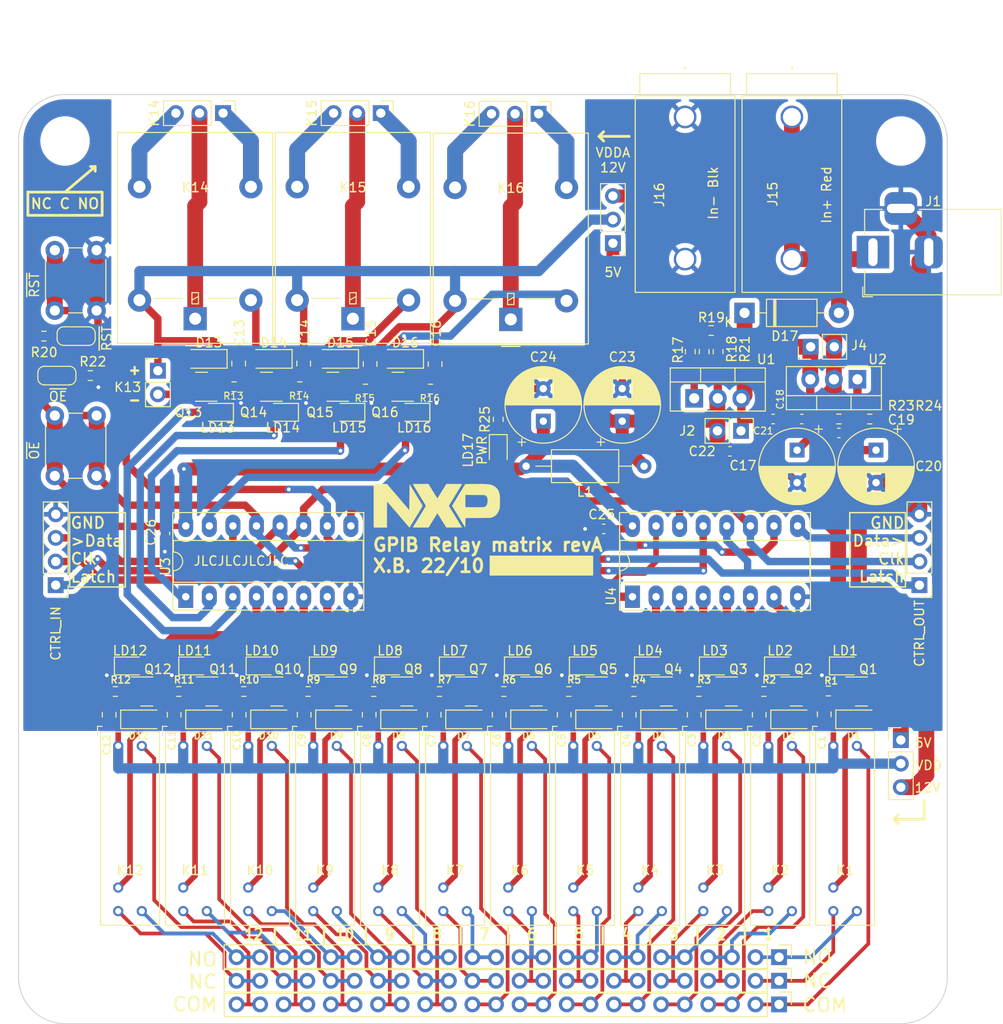
<source format=kicad_pcb>
(kicad_pcb (version 20211014) (generator pcbnew)
  (layers (0 "F.Cu" signal) (31 "B.Cu" signal) (34 "B.Paste" user) (35 "F.Paste" user) (36 "B.SilkS" user "B.Silkscreen") (37 "F.SilkS" user "F.Silkscreen") (38 "B.Mask" user) (39 "F.Mask" user) (44 "Edge.Cuts" user))
  (net 0 "")
  (net 1 "VCC")
  (net 2 "GND")
  (net 3 "+5V")
  (net 4 "+5VD")
  (net 5 "+12V")
  (net 6 "VDD")
  (net 7 "Net-(D1-Pad2)")
  (net 8 "Net-(D2-Pad2)")
  (net 9 "Net-(D3-Pad2)")
  (net 10 "Net-(D4-Pad2)")
  (net 11 "Net-(D5-Pad2)")
  (net 12 "Net-(D6-Pad2)")
  (net 13 "Net-(D7-Pad2)")
  (net 14 "Net-(D8-Pad2)")
  (net 15 "Net-(D9-Pad2)")
  (net 16 "Net-(D10-Pad2)")
  (net 17 "Net-(D11-Pad2)")
  (net 18 "Net-(D12-Pad2)")
  (net 19 "VDDA")
  (net 20 "Net-(D14-Pad2)")
  (net 21 "Net-(D15-Pad2)")
  (net 22 "/Vin")
  (net 23 "/DATA_IN")
  (net 24 "/CLK")
  (net 25 "/LATCH")
  (net 26 "/K1A")
  (net 27 "/K1B")
  (net 28 "/K2A")
  (net 29 "/K2B")
  (net 30 "/K3A")
  (net 31 "/K3B")
  (net 32 "/K4A")
  (net 33 "/K4B")
  (net 34 "/K5A")
  (net 35 "/K5B")
  (net 36 "/K6A")
  (net 37 "/K6B")
  (net 38 "/K7A")
  (net 39 "/K7B")
  (net 40 "/K8A")
  (net 41 "/K8B")
  (net 42 "Net-(JP1-Pad1)")
  (net 43 "/~{RST}")
  (net 44 "Net-(JP2-Pad1)")
  (net 45 "/~{OE}")
  (net 46 "/K9B")
  (net 47 "/K9A")
  (net 48 "/K10B")
  (net 49 "/K10A")
  (net 50 "/K11B")
  (net 51 "/K11A")
  (net 52 "/K12B")
  (net 53 "/K12A")
  (net 54 "/K14B")
  (net 55 "/K14A")
  (net 56 "/K15B")
  (net 57 "/K15A")
  (net 58 "Net-(LD1-Pad1)")
  (net 59 "/K1")
  (net 60 "Net-(LD2-Pad1)")
  (net 61 "/K2")
  (net 62 "Net-(LD3-Pad1)")
  (net 63 "/K3")
  (net 64 "Net-(LD4-Pad1)")
  (net 65 "/K4")
  (net 66 "Net-(LD5-Pad1)")
  (net 67 "/K5")
  (net 68 "Net-(LD6-Pad1)")
  (net 69 "/K6")
  (net 70 "Net-(LD7-Pad1)")
  (net 71 "/K7")
  (net 72 "Net-(LD8-Pad1)")
  (net 73 "/K8")
  (net 74 "Net-(LD9-Pad1)")
  (net 75 "/K9")
  (net 76 "Net-(LD10-Pad1)")
  (net 77 "/K10")
  (net 78 "Net-(LD11-Pad1)")
  (net 79 "/K11")
  (net 80 "Net-(LD12-Pad1)")
  (net 81 "/K12")
  (net 82 "Net-(LD13-Pad1)")
  (net 83 "/K13")
  (net 84 "Net-(LD14-Pad1)")
  (net 85 "/K14")
  (net 86 "Net-(LD15-Pad1)")
  (net 87 "/K15")
  (net 88 "Net-(LD16-Pad1)")
  (net 89 "/K16")
  (net 90 "Net-(LD17-Pad1)")
  (net 91 "Net-(R17-Pad1)")
  (net 92 "Net-(R18-Pad1)")
  (net 93 "Net-(R19-Pad1)")
  (net 94 "Net-(R23-Pad2)")
  (net 95 "/DATA_OUT")
  (net 96 "/SER_OUT")
  (net 97 "/K1C")
  (net 98 "/K2C")
  (net 99 "/K3C")
  (net 100 "/K4C")
  (net 101 "/K5C")
  (net 102 "/K6C")
  (net 103 "/K7C")
  (net 104 "/K8C")
  (net 105 "/K9C")
  (net 106 "/K10C")
  (net 107 "/K11C")
  (net 108 "/K12C")
  (net 109 "/K14C")
  (net 110 "/K15C")
  (net 111 "/K13-")
  (net 112 "Net-(D16-Pad2)")
  (net 113 "/K16B")
  (net 114 "/K16C")
  (net 115 "/K16A")
  (footprint "Resistor_SMD:R_0603_1608Metric" (layer "F.Cu") (at 212.25 122.25 180)
    (fp_text reference "R2")
    (fp_text value "470")
  )
  (footprint "Connector_PinHeader_2.54mm:PinHeader_1x03_P2.54mm_Vertical" (layer "F.Cu") (at 154.017417 60 -90)
    (fp_text reference "J13" hide)
    (fp_text value "K14")
  )
  (footprint "Package_TO_SOT_SMD:SOT-23" (layer "F.Cu") (at 180.75 122.25)
    (fp_text reference "Q7")
    (fp_text value "2N7002")
  )
  (footprint "Button_Switch_THT:SW_PUSH_6mm" (layer "F.Cu") (at 140.4 92.55 -90)
    (fp_text reference "SW2" hide)
    (fp_text value "~{OE}")
  )
  (footprint "Resistor_SMD:R_0603_1608Metric" (layer "F.Cu") (at 155.2 89.45)
    (fp_text reference "R13")
    (fp_text value "470")
  )
  (footprint "Resistor_SMD:R_0603_1608Metric" (layer "F.Cu") (at 134.725 84 180)
    (fp_text reference "R20")
    (fp_text value "470" hide)
  )
  (footprint "Connector_PinHeader_2.54mm:PinHeader_1x24_P2.54mm_Vertical" (layer "F.Cu") (at 213.89 155.93 -90)
    (fp_text reference "J8" hide)
    (fp_text value "COM")
  )
  (footprint "Capacitor_THT:CP_Radial_D8.0mm_P3.50mm" (layer "F.Cu") (at 224.33 96.272349 -90)
    (fp_text reference "C20")
    (fp_text value "10u")
  )
  (footprint "Resistor_SMD:R_0603_1608Metric" (layer "F.Cu") (at 163.175 122.25 180)
    (fp_text reference "R9")
    (fp_text value "470")
  )
  (footprint "footprints:COTO-2900" (layer "F.Cu") (at 207 137 -90)
    (fp_text reference "K3")
    (fp_text value "COTO")
  )
  (footprint "LED_SMD:LED_0805_2012Metric" (layer "F.Cu") (at 167.6 92.2 180)
    (fp_text reference "LD15")
    (fp_text value "LED")
  )
  (footprint "footprints:nxp_logo" (layer "F.Cu") (at 176.9 102.3)
    (fp_text reference "G***" hide)
    (fp_text value "LOGO" hide)
  )
  (footprint "Resistor_SMD:R_0603_1608Metric" (layer "F.Cu") (at 204.325 85.675 90)
    (fp_text reference "R17")
    (fp_text value "470")
  )
  (footprint "Resistor_SMD:R_0603_1608Metric" (layer "F.Cu") (at 207.325 85.675 90)
    (fp_text reference "R21")
    (fp_text value "470")
  )
  (footprint "Resistor_SMD:R_0603_1608Metric" (layer "F.Cu") (at 219.2 122.2 180)
    (fp_text reference "R1")
    (fp_text value "470")
  )
  (footprint "Connector_PinHeader_2.54mm:PinHeader_1x04_P2.54mm_Vertical" (layer "F.Cu") (at 136 110.8 180)
    (fp_text reference "J3" hide)
    (fp_text value "CTRL_IN")
  )
  (footprint "Button_Switch_THT:SW_PUSH_6mm" (layer "F.Cu") (at 140.4 74.75 -90)
    (fp_text reference "SW1" hide)
    (fp_text value "~{RST}")
  )
  (footprint "Resistor_SMD:R_0603_1608Metric" (layer "F.Cu") (at 191.25 122.25 180)
    (fp_text reference "R5")
    (fp_text value "470")
  )
  (footprint "Diode_SMD:D_SOD-123" (layer "F.Cu") (at 159.25 125.25)
    (fp_text reference "D10")
    (fp_text value "1N4148")
  )
  (footprint "Package_TO_SOT_SMD:SOT-23" (layer "F.Cu") (at 159.8125 122.25)
    (fp_text reference "Q10")
    (fp_text value "2N7002")
  )
  (footprint "MountingHole:MountingHole_4.3mm_M4" (layer "F.Cu") (at 227 153 180)
    (fp_text reference "H2" hide)
    (fp_text value "MountingHole")
  )
  (footprint "Diode_THT:D_DO-41_SOD81_P10.16mm_Horizontal" (layer "F.Cu") (at 210.17 81.5)
    (fp_text reference "D17")
    (fp_text value "1N4007")
  )
  (footprint "LED_SMD:LED_0805_2012Metric" (layer "F.Cu") (at 150.9375 119.5)
    (fp_text reference "LD11")
    (fp_text value "LED")
  )
  (footprint "Resistor_SMD:R_0603_1608Metric" (layer "F.Cu") (at 169.35 89.7)
    (fp_text reference "R15")
    (fp_text value "470")
  )
  (footprint "Connector_PinHeader_2.54mm:PinHeader_1x02_P2.54mm_Vertical" (layer "F.Cu") (at 209.79 94.195 -90)
    (fp_text reference "J2")
    (fp_text value "5V")
  )
  (footprint "Connector_PinHeader_2.54mm:PinHeader_1x02_P2.54mm_Vertical" (layer "F.Cu") (at 147 87.725)
    (fp_text reference "J11" hide)
    (fp_text value "K13")
  )
  (footprint "Capacitor_SMD:C_0603_1608Metric" (layer "F.Cu") (at 220.33 94.425)
    (fp_text reference "C19")
    (fp_text value "100n")
  )
  (footprint "Capacitor_SMD:C_0805_2012Metric" (layer "F.Cu") (at 204.75 124.75 90)
    (fp_text reference "C3")
    (fp_text value "1u")
  )
  (footprint "footprints:COTO-2900" (layer "F.Cu") (at 144 137 -90)
    (fp_text reference "K12")
    (fp_text value "COTO")
  )
  (footprint "LED_SMD:LED_0805_2012Metric" (layer "F.Cu") (at 153.45 92.2 180)
    (fp_text reference "LD13")
    (fp_text value "LED")
  )
  (footprint "Resistor_SMD:R_0603_1608Metric" (layer "F.Cu") (at 139.725 88.25 180)
    (fp_text reference "R22")
    (fp_text value "470" hide)
  )
  (footprint "Capacitor_THT:CP_Radial_D8.0mm_P3.50mm" (layer "F.Cu") (at 215.83 96.272349 -90)
    (fp_text reference "C17")
    (fp_text value "10u")
  )
  (footprint "Resistor_SMD:R_0603_1608Metric" (layer "F.Cu") (at 176.35 89.7)
    (fp_text reference "R16")
    (fp_text value "470")
  )
  (footprint "Package_TO_SOT_SMD:SOT-23" (layer "F.Cu") (at 201.75 122.25)
    (fp_text reference "Q4")
    (fp_text value "2N7002")
  )
  (footprint "Package_TO_SOT_SMD:SOT-23" (layer "F.Cu") (at 165.85 89.45 180)
    (fp_text reference "Q15")
    (fp_text value "2N7002")
  )
  (footprint "Diode_SMD:D_SOD-123" (layer "F.Cu") (at 222.25 125.25)
    (fp_text reference "D1")
    (fp_text value "1N4148")
  )
  (footprint "Package_TO_SOT_SMD:SOT-23" (layer "F.Cu") (at 194.75 122.25)
    (fp_text reference "Q5")
    (fp_text value "2N7002")
  )
  (footprint "LED_SMD:LED_0805_2012Metric" (layer "F.Cu") (at 158.1875 119.5)
    (fp_text reference "LD10")
    (fp_text value "LED")
  )
  (footprint "Package_TO_SOT_THT:TO-220-3_Vertical" (layer "F.Cu") (at 222.33 88.65 180)
    (fp_text reference "U2")
    (fp_text value "LM317_TO-220")
  )
  (footprint "Package_TO_SOT_SMD:SOT-23" (layer "F.Cu") (at 151.7 89.45 180)
    (fp_text reference "Q13")
    (fp_text value "2N7002")
  )
  (footprint "Resistor_SMD:R_0603_1608Metric" (layer "F.Cu") (at 177.325 122.25 180)
    (fp_text reference "R7")
    (fp_text value "470")
  )
  (footprint "LED_SMD:LED_0805_2012Metric" (layer "F.Cu") (at 186 119.5)
    (fp_text reference "LD6")
    (fp_text value "LED")
  )
  (footprint "LED_SMD:LED_0805_2012Metric" (layer "F.Cu") (at 214 119.5)
    (fp_text reference "LD2")
    (fp_text value "LED")
  )
  (footprint "Inductor_THT:L_Axial_L7.0mm_D3.3mm_P12.70mm_Horizontal_Fastron_MICC" (layer "F.Cu") (at 199.35 98 180)
    (fp_text reference "L1")
    (fp_text value "L")
  )
  (footprint "Diode_SMD:D_SOD-123" (layer "F.Cu") (at 208.25 125.25)
    (fp_text reference "D3")
    (fp_text value "1N4148")
  )
  (footprint "Capacitor_SMD:C_0805_2012Metric" (layer "F.Cu") (at 211.75 124.75 90)
    (fp_text reference "C2")
    (fp_text value "1u")
  )
  (footprint "Resistor_SMD:R_0603_1608Metric" (layer "F.Cu") (at 223.655 92.925)
    (fp_text reference "R24")
    (fp_text value "470")
  )
  (footprint "footprints:Relay_SPDT_Omron-G5LE-1" (layer "F.Cu") (at 151.017417 82.1275 180)
    (fp_text reference "K14")
    (fp_text value "G5LE-1")
  )
  (footprint "Jumper:SolderJumper-3_P1.3mm_Bridged12_RoundedPad1.0x1.5mm_NumberLabels" (layer "F.Cu") (at 136.125 88.25 180)
    (fp_text reference "JP2" hide)
    (fp_text value "~{OE}")
  )
  (footprint "MountingHole:MountingHole_4.3mm_M4" (layer "F.Cu") (at 137 63 180)
    (fp_text reference "H1" hide)
    (fp_text value "MountingHole")
  )
  (footprint "Connector_PinHeader_2.54mm:PinHeader_1x03_P2.54mm_Vertical" (layer "F.Cu") (at 171 60 -90)
    (fp_text reference "J14" hide)
    (fp_text value "K15")
  )
  (footprint "footprints:Relay_SPDT_Omron-G5LE-1" (layer "F.Cu") (at 168 82.1275 180)
    (fp_text reference "K15")
    (fp_text value "G5LE-1")
  )
  (footprint "Diode_SMD:D_SOD-123" (layer "F.Cu") (at 201.25 125.25)
    (fp_text reference "D4")
    (fp_text value "1N4148")
  )
  (footprint "Diode_SMD:D_SOD-123" (layer "F.Cu") (at 194.25 125.25)
    (fp_text reference "D5")
    (fp_text value "1N4148")
  )
  (footprint "Diode_SMD:D_SOD-123" (layer "F.Cu") (at 145.25 125.25)
    (fp_text reference "D12")
    (fp_text value "1N4148")
  )
  (footprint "Package_DIP:DIP-16_W7.62mm_Socket_LongPads" (layer "F.Cu") (at 150 112.05 90)
    (fp_text reference "U3")
    (fp_text value "74HC595")
  )
  (footprint "Capacitor_SMD:C_0603_1608Metric" (layer "F.Cu") (at 213.25 92.925)
    (fp_text reference "C21")
    (fp_text value "100n")
  )
  (footprint "LED_SMD:LED_0805_2012Metric" (layer "F.Cu") (at 221 119.5)
    (fp_text reference "LD1")
    (fp_text value "LED")
  )
  (footprint "Resistor_SMD:R_0603_1608Metric" (layer "F.Cu") (at 183.65 92.9625 90)
    (fp_text reference "R25")
    (fp_text value "470")
  )
  (footprint "Capacitor_SMD:C_0805_2012Metric" (layer "F.Cu") (at 155.7 86.95 -90)
    (fp_text reference "C13")
    (fp_text value "1u")
  )
  (footprint "Package_TO_SOT_SMD:SOT-23" (layer "F.Cu") (at 172.85 89.45 180)
    (fp_text reference "Q16")
    (fp_text value "2N7002")
  )
  (footprint "Connector_PinHeader_2.54mm:PinHeader_1x03_P2.54mm_Vertical" (layer "F.Cu") (at 196 74 180)
    (fp_text reference "J6" hide)
    (fp_text value "VDDA")
  )
  (footprint "Package_TO_SOT_SMD:SOT-23" (layer "F.Cu") (at 208.75 122.25)
    (fp_text reference "Q3")
    (fp_text value "2N7002")
  )
  (footprint "Package_TO_SOT_SMD:SOT-23" (layer "F.Cu") (at 152.8125 122.25)
    (fp_text reference "Q11")
    (fp_text value "2N7002")
  )
  (footprint "Package_TO_SOT_SMD:SOT-23" (layer "F.Cu") (at 222.75 122.25)
    (fp_text reference "Q1")
    (fp_text value "2N7002")
  )
  (footprint "MountingHole:MountingHole_4.3mm_M4" (layer "F.Cu") (at 137 153 180)
    (fp_text reference "H4" hide)
    (fp_text value "MountingHole")
  )
  (footprint "footprints:COTO-2900" (layer "F.Cu") (at 186 137 -90)
    (fp_text reference "K6")
    (fp_text value "COTO")
  )
  (footprint "Diode_SMD:D_SOD-123" (layer "F.Cu") (at 187.25 125.25)
    (fp_text reference "D6")
    (fp_text value "1N4148")
  )
  (footprint "Capacitor_SMD:C_0805_2012Metric" (layer "F.Cu") (at 197.75 124.75 90)
    (fp_text reference "C4")
    (fp_text value "1u")
  )
  (footprint "Diode_SMD:D_SOD-123" (layer "F.Cu") (at 180.25 125.25)
    (fp_text reference "D7")
    (fp_text value "1N4148")
  )
  (footprint "Resistor_SMD:R_0603_1608Metric" (layer "F.Cu") (at 205.825 85.675 -90)
    (fp_text reference "R18")
    (fp_text value "470")
  )
  (footprint "LED_SMD:LED_0805_2012Metric" (layer "F.Cu") (at 179 119.5)
    (fp_text reference "LD7")
    (fp_text value "LED")
  )
  (footprint "Capacitor_SMD:C_0805_2012Metric" (layer "F.Cu") (at 176.85 87.0125 -90)
    (fp_text reference "C16")
    (fp_text value "1u")
  )
  (footprint "Capacitor_SMD:C_0603_1608Metric" (layer "F.Cu") (at 147.75 105.25 -90)
    (fp_text reference "C26")
    (fp_text value "100n")
  )
  (footprint "footprints:COTO-2900" (layer "F.Cu") (at 172 137 -90)
    (fp_text reference "K8")
    (fp_text value "COTO")
  )
  (footprint "Package_TO_SOT_SMD:SOT-23" (layer "F.Cu") (at 173.8125 122.25)
    (fp_text reference "Q8")
    (fp_text value "2N7002")
  )
  (footprint "footprints:Relay_SPDT_Omron-G5LE-1" (layer "F.Cu") (at 185 82.2 180)
    (fp_text reference "K16")
    (fp_text value "G5LE-1")
  )
  (footprint "Resistor_SMD:R_0603_1608Metric" (layer "F.Cu") (at 184.25 122.25 180)
    (fp_text reference "R6")
    (fp_text value "470")
  )
  (footprint "Diode_SMD:D_SOD-123" (layer "F.Cu") (at 159.2 86.45 180)
    (fp_text reference "D14")
    (fp_text value "1N4148")
  )
  (footprint "footprints:COTO-2900" (layer "F.Cu") (at 151 137 -90)
    (fp_text reference "K11")
    (fp_text value "COTO")
  )
  (footprint "Connector_PinHeader_2.54mm:PinHeader_1x03_P2.54mm_Vertical" (layer "F.Cu") (at 188 60.0725 -90)
    (fp_text reference "J10" hide)
    (fp_text value "K16")
  )
  (footprint "Capacitor_SMD:C_0805_2012Metric" (layer "F.Cu") (at 218.75 124.7 90)
    (fp_text reference "C1")
    (fp_text value "1u")
  )
  (footprint "Diode_SMD:D_SOD-123" (layer "F.Cu") (at 166.35 86.45 180)
    (fp_text reference "D15")
    (fp_text value "1N4148")
  )
  (footprint "Capacitor_SMD:C_0805_2012Metric" (layer "F.Cu") (at 183.75 124.75 90)
    (fp_text reference "C6")
    (fp_text value "1u")
  )
  (footprint "Capacitor_SMD:C_0805_2012Metric" (layer "F.Cu") (at 162.7 86.95 -90)
    (fp_text reference "C14")
    (fp_text value "1u")
  )
  (footprint "Capacitor_SMD:C_0805_2012Metric" (layer "F.Cu") (at 169.75 124.75 90)
    (fp_text reference "C8")
    (fp_text value "1u")
  )
  (footprint "Resistor_SMD:R_0603_1608Metric" (layer "F.Cu") (at 198.25 122.25 180)
    (fp_text reference "R4")
    (fp_text value "470")
  )
  (footprint "Capacitor_THT:CP_Radial_D8.0mm_P3.50mm" (layer "F.Cu") (at 188.5 93.152651 90)
    (fp_text reference "C24")
    (fp_text value "10u")
  )
  (footprint "Connector_BarrelJack:BarrelJack_Horizontal" (layer "F.Cu") (at 224 74.9575 180)
    (fp_text reference "J1")
    (fp_text value "Barrel_Jack_Switch")
  )
  (footprint "Diode_SMD:D_SOD-123" (layer "F.Cu") (at 166.25 125.25)
    (fp_text reference "D9")
    (fp_text value "1N4148")
  )
  (footprint "LED_SMD:LED_0805_2012Metric" (layer "F.Cu") (at 144 119.5)
    (fp_text reference "LD12")
    (fp_text value "LED")
  )
  (footprint "Connector_PinHeader_2.54mm:PinHeader_1x04_P2.54mm_Vertical" (layer "F.Cu") (at 229 110.8 180)
    (fp_text reference "J12" hide)
    (fp_text value "CTRL_OUT")
  )
  (footprint "LED_SMD:LED_0805_2012Metric" (layer "F.Cu") (at 160.45 92.2 180)
    (fp_text reference "LD14")
    (fp_text value "LED")
  )
  (footprint "Capacitor_SMD:C_0603_1608Metric" (layer "F.Cu") (at 208.6 96.4)
    (fp_text reference "C22")
    (fp_text value "100n")
  )
  (footprint "footprints:571-0100_Red" (layer "F.Cu") (at 215.27 60.4117 -90)
    (fp_text reference "J15")
    (fp_text value "In+ Red")
  )
  (footprint "footprints:COTO-2900" (layer "F.Cu") (at 165 137 -90)
    (fp_text reference "K9")
    (fp_text value "COTO")
  )
  (footprint "footprints:COTO-2900" (layer "F.Cu") (at 221 137 -90)
    (fp_text reference "K1")
    (fp_text value "COTO")
  )
  (footprint "Capacitor_SMD:C_0805_2012Metric" (layer "F.Cu") (at 141.75 124.75 90)
    (fp_text reference "C12")
    (fp_text value "1u")
  )
  (footprint "Capacitor_SMD:C_0805_2012Metric" (layer "F.Cu") (at 155.75 124.75 90)
    (fp_text reference "C10")
    (fp_text value "1u")
  )
  (footprint "LED_SMD:LED_0805_2012Metric" (layer "F.Cu") (at 172 119.5)
    (fp_text reference "LD8")
    (fp_text value "LED")
  )
  (footprint "footprints:COTO-2900" (layer "F.Cu") (at 193 137 -90)
    (fp_text reference "K5")
    (fp_text value "COTO")
  )
  (footprint "MountingHole:MountingHole_4.3mm_M4" (layer "F.Cu") (at 227 63 180)
    (fp_text reference "H3" hide)
    (fp_text value "MountingHole")
  )
  (footprint "Capacitor_SMD:C_0805_2012Metric" (layer "F.Cu") (at 169.85 87 -90)
    (fp_text reference "C15")
    (fp_text value "1u")
  )
  (footprint "footprints:COTO-2900" (layer "F.Cu") (at 179 137 -90)
    (fp_text reference "K7")
    (fp_text value "COTO")
  )
  (footprint "LED_SMD:LED_0805_2012Metric" (layer "F.Cu") (at 174.6 92.2 180)
    (fp_text reference "LD16")
    (fp_text value "LED")
  )
  (footprint "Capacitor_SMD:C_0603_1608Metric" (layer "F.Cu") (at 195 104.75 180)
    (fp_text reference "C25")
    (fp_text value "100n")
  )
  (footprint "Resistor_SMD:R_0603_1608Metric" (layer "F.Cu") (at 170.25 122.25 180)
    (fp_text reference "R8")
    (fp_text value "470")
  )
  (footprint "Resistor_SMD:R_0603_1608Metric" (layer "F.Cu") (at 220.33 92.925)
    (fp_text reference "R23")
    (fp_text value "4k1")
  )
  (footprint "Diode_SMD:D_SOD-123" (layer "F.Cu") (at 152.25 125.25)
    (fp_text reference "D11")
    (fp_text value "1N4148")
  )
  (footprint "Capacitor_SMD:C_0603_1608Metric" (layer "F.Cu") (at 216.33 92.925 180)
    (fp_text reference "C18")
    (fp_text value "100n")
  )
  (footprint "Diode_SMD:D_SOD-123" (layer "F.Cu") (at 173.35 86.45 180)
    (fp_text reference "D16")
    (fp_text value "1N4148")
  )
  (footprint "Package_TO_SOT_THT:TO-220-3_Vertical" (layer "F.Cu") (at 204.75 90.695)
    (fp_text reference "U1")
    (fp_text value "LM317_TO-220")
  )
  (footprint "Connector_PinHeader_2.54mm:PinHeader_1x02_P2.54mm_Vertical" (layer "F.Cu") (at 217.29 85.15 90)
    (fp_text reference "J4")
    (fp_text value "12V")
  )
  (footprint "Capacitor_SMD:C_0805_2012Metric" (layer "F.Cu") (at 148.75 124.75 90)
    (fp_text reference "C11")
    (fp_text value "1u")
  )
  (footprint "Package_TO_SOT_SMD:SOT-23" (layer "F.Cu") (at 166.75 122.25)
    (fp_text reference "Q9")
    (fp_text value "2N7002")
  )
  (footprint "Diode_SMD:D_SOD-123" (layer "F.Cu") (at 152.2 86.45 180)
    (fp_text reference "D13")
    (fp_text value "1N4148")
  )
  (footprint "footprints:571-0100_Black" (layer "F.Cu") (at 203.77 60.4117 -90)
    (fp_text reference "J16")
    (fp_text value "In- Blk")
  )
  (footprint "Capacitor_SMD:C_0805_2012Metric" (layer "F.Cu") (at 190.75 124.75 90)
    (fp_text reference "C5")
    (fp_text value "1u")
  )
  (footprint "Package_DIP:DIP-16_W7.62mm_Socket_LongPads" (layer "F.Cu") (at 198.1 112.05 90)
    (fp_text reference "U4")
    (fp_text value "74HC595")
  )
  (footprint "Diode_SMD:D_SOD-123" (layer "F.Cu") (at 173.25 125.25)
    (fp_text reference "D8")
    (fp_text value "1N4148")
  )
  (footprint "footprints:COTO-2900" (layer "F.Cu") (at 200 137 -90)
    (fp_text reference "K4")
    (fp_text value "COTO")
  )
  (footprint "Connector_PinHeader_2.54mm:PinHeader_1x24_P2.54mm_Vertical" (layer "F.Cu") (at 213.89 153.39 -90)
    (fp_text reference "J9" hide)
    (fp_text value "NC")
  )
  (footprint "footprints:COTO-2900" (layer "F.Cu") (at 158 137 -90)
    (fp_text reference "K10")
    (fp_text value "COTO")
  )
  (footprint "Package_TO_SOT_SMD:SOT-23" (layer "F.Cu") (at 215.75 122.25)
    (fp_text reference "Q2")
    (fp_text value "2N7002")
  )
  (footprint "Capacitor_THT:CP_Radial_D8.0mm_P3.50mm" (layer "F.Cu") (at 197 93.152651 90)
    (fp_text reference "C23")
    (fp_text value "10u")
  )
  (footprint "Connector_PinHeader_2.54mm:PinHeader_1x03_P2.54mm_Vertical" (layer "F.Cu") (at 227 127.475)
    (fp_text reference "J5" hide)
    (fp_text value "VDD")
  )
  (footprint "Resistor_SMD:R_0603_1608Metric" (layer "F.Cu") (at 156.25 122.25 180)
    (fp_text reference "R10")
    (fp_text value "470")
  )
  (footprint "LED_SMD:LED_0805_2012Metric" (layer "F.Cu") (at 183.65 96.2875 -90)
    (fp_text reference "LD17")
    (fp_text value "PWR")
  )
  (footprint "LED_SMD:LED_0805_2012Metric" (layer "F.Cu") (at 207 119.5)
    (fp_text reference "LD3")
    (fp_text value "LED")
  )
  (footprint "Package_TO_SOT_SMD:SOT-23" (layer "F.Cu") (at 187.75 122.25)
    (fp_text reference "Q6")
    (fp_text value "2N7002")
  )
  (footprint "Resistor_SMD:R_0603_1608Metric" (layer "F.Cu") (at 149.25 122.25 180)
    (fp_text reference "R11")
    (fp_text value "470")
  )
  (footprint "Jumper:SolderJumper-3_P1.3mm_Bridged12_RoundedPad1.0x1.5mm_NumberLabels" (layer "F.Cu") (at 138.2 84)
    (fp_text reference "JP1" hide)
    (fp_text value "~{RST}")
  )
  (footprint "Resistor_SMD:R_0603_1608Metric" (layer "F.Cu") (at 205.25 122.25 180)
    (fp_text reference "R3")
    (fp_text value "470")
  )
  (footprint "Capacitor_SMD:C_0805_2012Metric" (layer "F.Cu") (at 162.75 124.75 90)
    (fp_text reference "C9")
    (fp_text value "1u")
  )
  (footprint "LED_SMD:LED_0805_2012Metric" (layer "F.Cu") (at 200 119.5)
    (fp_text reference "LD4")
    (fp_text value "LED")
  )
  (footprint "footprints:COTO-2900" (layer "F.Cu") (at 214 137 -90)
    (fp_text reference "K2")
    (fp_text value "COTO")
  )
  (footprint "Resistor_SMD:R_0603_1608Metric" (layer "F.Cu") (at 162.275 89.45)
    (fp_text reference "R14")
    (fp_text value "470")
  )
  (footprint "Diode_SMD:D_SOD-123" (layer "F.Cu") (at 215.25 125.25)
    (fp_text reference "D2")
    (fp_text value "1N4148")
  )
  (footprint "LED_SMD:LED_0805_2012Metric" (layer "F.Cu") (at 165 119.5)
    (fp_text reference "LD9")
    (fp_text value "LED")
  )
  (footprint "Resistor_SMD:R_0603_1608Metric" (layer "F.Cu") (at 142.425 122.25 180)
    (fp_text reference "R12")
    (fp_text value "470")
  )
  (footprint "Capacitor_SMD:C_0805_2012Metric" (layer "F.Cu") (at 176.75 124.75 90)
    (fp_text reference "C7")
    (fp_text value "1u")
  )
  (footprint "LED_SMD:LED_0805_2012Metric" (layer "F.Cu") (at 193 119.5)
    (fp_text reference "LD5")
    (fp_text value "LED")
  )
  (footprint "Resistor_SMD:R_0603_1608Metric" (layer "F.Cu") (at 206.575 83.4 180)
    (fp_text reference "R19")
    (fp_text value "470")
  )
  (footprint "Package_TO_SOT_SMD:SOT-23" (layer "F.Cu") (at 158.7 89.45 180)
    (fp_text reference "Q14")
    (fp_text value "2N7002")
  )
  (footprint "Package_TO_SOT_SMD:SOT-23" (layer "F.Cu") (at 145.8125 122.25)
    (fp_text reference "Q12")
    (fp_text value "2N7002")
  )
  (footprint "Connector_PinHeader_2.54mm:PinHeader_1x24_P2.54mm_Vertical" (layer "F.Cu") (at 213.89 150.85 -90)
    (fp_text reference "J7" hide)
    (fp_text value "NO")
  )
  (gr_line (start 226.25 136) (end 226.75 135.5) (layer "F.SilkS") (width 0.3))
  (gr_rect (start 133 68.5) (end 141 71) (layer "F.SilkS") (width 0.3) (fill none))
  (gr_line (start 137 68.5) (end 140.25 65.75) (layer "F.SilkS") (width 0.3))
  (gr_line (start 194.5 62.5) (end 195 62) (layer "F.SilkS") (width 0.3))
  (gr_line (start 195 63) (end 194.5 62.5) (layer "F.SilkS") (width 0.15))
  (gr_line (start 226.75 136.5) (end 226.25 136) (layer "F.SilkS") (width 0.15))
  (gr_line (start 140.25 65.75) (end 139.75 65.75) (layer "F.SilkS") (width 0.3))
  (gr_line (start 229.5 134) (end 229.5 136) (layer "F.SilkS") (width 0.3))
  (gr_line (start 226.25 136) (end 229.5 136) (layer "F.SilkS") (width 0.3))
  (gr_line (start 226.25 136) (end 226.75 136.5) (layer "F.SilkS") (width 0.3))
  (gr_rect (start 137.5 103) (end 143.5 111) (layer "F.SilkS") (width 0.15) (fill none))
  (gr_line (start 140.25 65.75) (end 140.25 66.25) (layer "F.SilkS") (width 0.3))
  (gr_line (start 194.5 62.5) (end 197.75 62.5) (layer "F.SilkS") (width 0.3))
  (gr_rect (start 182.8 107.7) (end 193.8 109.7) (layer "F.SilkS") (width 0.15) (fill solid))
  (gr_line (start 194.5 62.5) (end 195 63) (layer "F.SilkS") (width 0.3))
  (gr_rect (start 221.5 103) (end 227.5 111) (layer "F.SilkS") (width 0.15) (fill none))
  (gr_arc (start 132 63) (mid 133.464466 59.464466) (end 137 58) (layer "Edge.Cuts") (width 0.1))
  (gr_line (start 227 158) (end 137 158) (layer "Edge.Cuts") (width 0.1))
  (gr_arc (start 227 58) (mid 230.535534 59.464466) (end 232 63) (layer "Edge.Cuts") (width 0.1))
  (gr_line (start 132 153) (end 132 63) (layer "Edge.Cuts") (width 0.1))
  (gr_line (start 137 58) (end 227 58) (layer "Edge.Cuts") (width 0.1))
  (gr_arc (start 137 158) (mid 133.464466 156.535534) (end 132 153) (layer "Edge.Cuts") (width 0.1))
  (gr_line (start 232 63) (end 232 153) (layer "Edge.Cuts") (width 0.1))
  (gr_arc (start 232 153) (mid 230.535534 156.535534) (end 227 158) (layer "Edge.Cuts") (width 0.1))
  (gr_text "NO\nNC\nCOM" (at 153.5 153.5) (layer "F.SilkS") (effects (font (size 1.5 1.5) (thickness 0.2)) (justify right)))
  (gr_text "GPIB Relay matrix revA\nX.B. 22/10" (at 170 107.6) (layer "F.SilkS") (effects (font (size 1.4 1.4) (thickness 0.3)) (justify left)))
  (gr_text "12V\n\n\n\n\n\n\n5V" (at 196 71.5) (layer "F.SilkS") (effects (font (size 1 1))))
  (gr_text "GND\nData>\nClk\nLatch" (at 227.5 107) (layer "F.SilkS") (effects (font (size 1.2 1.2) (thickness 0.2)) (justify right)))
  (gr_text "JLCJLCJLCJLC" (at 156 108.2) (layer "F.SilkS") (effects (font (size 1 1))))
  (gr_text "NC C NO" (at 137 69.75) (layer "F.SilkS") (effects (font (size 1.1 1.1) (thickness 0.2))))
  (gr_text "12 |  11 | 10 |  9  |  8  |  7  |  6  |  5  |  4  |  3  |  2  |  1" (at 184.8 148.4) (layer "F.SilkS") (effects (font (size 1.2 1.03) (thickness 0.25))))
  (gr_text "+\n\n-" (at 144.5 89.25) (layer "F.SilkS") (effects (font (size 1 1) (thickness 0.25))))
  (gr_text "5V\n\n\n12V" (at 228.4 130.2) (layer "F.SilkS") (effects (font (size 1 1)) (justify left)))
  (gr_text "GND\n>Data\nClk\nLatch" (at 137.5 107) (layer "F.SilkS") (effects (font (size 1.2 1.2) (thickness 0.2)) (justify left)))
  (segment (start 217.25 85.19) (end 217.29 85.15) (width 1.7) (layer "F.Cu") (net 1))
  (segment (start 217.25 88.65) (end 217.25 85.19) (width 1.7) (layer "F.Cu") (net 1))
  (segment (start 209.83 90.695) (end 209.83 92.97) (width 0.9) (layer "F.Cu") (net 1))
  (segment (start 209.83 94.155) (end 209.79 94.195) (width 0.9) (layer "F.Cu") (net 1))
  (segment (start 210.17 85.17) (end 210.17 90.355) (width 1.7) (layer "F.Cu") (net 1))
  (segment (start 217.25 94.852349) (end 215.83 96.272349) (width 0.9) (layer "F.Cu") (net 1))
  (segment (start 212.475 92.925) (end 209.875 92.925) (width 0.9) (layer "F.Cu") (net 1))
  (segment (start 209.83 92.97) (end 209.83 94.155) (width 0.9) (layer "F.Cu") (net 1))
  (segment (start 217.25 88.65) (end 217.25 94.852349) (width 0.9) (layer "F.Cu") (net 1))
  (segment (start 210.17 81.5) (end 210.17 85.17) (width 1.7) (layer "F.Cu") (net 1))
  (segment (start 217.29 85.15) (end 210.19 85.15) (width 1.7) (layer "F.Cu") (net 1))
  (segment (start 210.17 90.355) (end 209.83 90.695) (width 1.7) (layer "F.Cu") (net 1))
  (segment (start 210.19 85.15) (end 210.17 85.17) (width 1.7) (layer "F.Cu") (net 1))
  (segment (start 209.875 92.925) (end 209.83 92.97) (width 0.9) (layer "F.Cu") (net 1))
  (segment (start 204.325 84.85) (end 199.15 84.85) (width 0.8) (layer "F.Cu") (net 2))
  (segment (start 193.8125 123.2) (end 193.2125 123.8) (width 0.6) (layer "F.Cu") (net 2))
  (segment (start 140.4 84) (end 139.5 84) (width 0.8) (layer "F.Cu") (net 2))
  (segment (start 167.3375 87.95) (end 166.7875 88.5) (width 0.6) (layer "F.Cu") (net 2))
  (segment (start 215.555 92.925) (end 214.025 92.925) (width 0.9) (layer "F.Cu") (net 2))
  (segment (start 160.2375 87.9) (end 162.7 87.9) (width 0.6) (layer "F.Cu") (net 2))
  (segment (start 165.2125 123.8) (end 162.75 123.8) (width 0.6) (layer "F.Cu") (net 2))
  (segment (start 140.4 74.75) (end 140.4 81.25) (width 1.7) (layer "F.Cu") (net 2))
  (segment (start 186.2125 123.8) (end 183.75 123.8) (width 0.6) (layer "F.Cu") (net 2))
  (segment (start 207.8125 123.2) (end 207.2125 123.8) (width 0.6) (layer "F.Cu") (net 2))
  (segment (start 162.95 91.2) (end 162.95 89.6) (width 0.6) (layer "F.Cu") (net 2))
  (segment (start 230 73.2575) (end 227 70.2575) (width 1.7) (layer "F.Cu") (net 2))
  (segment (start 162.5 120.5) (end 162.5 123.55) (width 0.6) (layer "F.Cu") (net 2))
  (segment (start 153.2375 87.9) (end 155.7 87.9) (width 0.6) (layer "F.Cu") (net 2))
  (segment (start 197.5 123.55) (end 197.75 123.8) (width 0.6) (layer "F.Cu") (net 2))
  (segment (start 163.1 89.45) (end 163.1 88.3) (width 0.6) (layer "F.Cu") (net 2))
  (segment (start 200.8125 123.2) (end 200.2125 123.8) (width 0.6) (layer "F.Cu") (net 2))
  (segment (start 177.175 89.7) (end 177.175 91.025) (width 0.6) (layer "F.Cu") (net 2))
  (segment (start 155.5 120.5) (end 155.5 123.55) (width 0.6) (layer "F.Cu") (net 2))
  (segment (start 144.275 123.8) (end 141.75 123.8) (width 0.6) (layer "F.Cu") (net 2))
  (segment (start 148.5 120.5) (end 148.5 123.55) (width 0.6) (layer "F.Cu") (net 2))
  (segment (start 200.2125 123.8) (end 197.75 123.8) (width 0.6) (layer "F.Cu") (net 2))
  (segment (start 194.225 104.75) (end 193 104.75) (width 0.8) (layer "F.Cu") (net 2))
  (segment (start 165.8125 123.2) (end 165.2125 123.8) (width 0.6) (layer "F.Cu") (net 2))
  (segment (start 162.95 89.6) (end 163.1 89.45) (width 0.6) (layer "F.Cu") (net 2))
  (segment (start 204.5 123.55) (end 204.75 123.8) (width 0.6) (layer "F.Cu") (net 2))
  (segment (start 179.8125 123.2) (end 179.2125 123.8) (width 0.6) (layer "F.Cu") (net 2))
  (segment (start 190.5 120.5) (end 190.5 123.55) (width 0.6) (layer "F.Cu") (net 2))
  (segment (start 141.5 123.55) (end 141.75 123.8) (width 0.6) (layer "F.Cu") (net 2))
  (segment (start 170.175 91.025) (end 170 91.2) (width 0.6) (layer "F.Cu") (net 2))
  (segment (start 218.75 123.5) (end 221.5125 123.5) (width 0.6) (layer "F.Cu") (net 2))
  (segment (start 172.275 123.8) (end 169.75 123.8) (width 0.6) (layer "F.Cu") (net 2))
  (segment (start 214.2125 123.8) (end 211.75 123.8) (width 0.6) (layer "F.Cu") (net 2))
  (segment (start 211.5 123.55) (end 211.75 123.8) (width 0.6) (layer "F.Cu") (net 2))
  (segment (start 176.5 120.5) (end 176.5 123.55) (width 0.6) (layer "F.Cu") (net 2))
  (segment (start 212.4 96.4) (end 214.025 94.775) (width 0.8) (layer "F.Cu") (net 2))
  (segment (start 190.5 123.55) (end 190.75 123.8) (width 0.6) (layer "F.Cu") (net 2))
  (segment (start 172.875 123.2) (end 172.275 123.8) (width 0.6) (layer "F.Cu") (net 2))
  (segment (start 140.55 81.4) (end 140.4 81.25) (width 0.8) (layer "F.Cu") (net 2))
  (segment (start 211.5 120.5) (end 211.5 123.55) (width 0.6) (layer "F.Cu") (net 2))
  (segment (start 214.025 94.775) (end 214.025 92.925) (width 0.8) (layer "F.Cu") (net 2))
  (segment (start 152.6375 88.5) (end 153.2375 87.9) (width 0.6) (layer "F.Cu") (net 2))
  (segment (start 229 93.4) (end 229 75.9575) (width 1.7) (layer "F.Cu") (net 2))
  (segment (start 174.325 87.9625) (end 173.7875 88.5) (width 0.6) (layer "F.Cu") (net 2))
  (segment (start 214.8125 123.2) (end 214.2125 123.8) (width 0.6) (layer "F.Cu") (net 2))
  (segment (start 140.6 88.3) (end 140.6 89.5) (width 0.8) (layer "F.Cu") (net 2))
  (segment (start 162.5 123.55) (end 162.75 123.8) (width 0.6) (layer "F.Cu") (net 2))
  (segment (start 151.275 123.8) (end 148.75 123.8) (width 0.6) (layer "F.Cu") (net 2))
  (segment (start 209.375 96.4) (end 212.4 96.4) (width 0.8) (layer "F.Cu") (net 2))
  (segment (start 158.875 123.2) (end 158.275 123.8) (width 0.6) (layer "F.Cu") (net 2))
  (segment (start 197.5 120.5) (end 197.5 123.55) (width 0.6) (layer "F.Cu") (net 2))
  (segment (start 197 87) (end 197 89.652651) (width 0.8) (layer "F.Cu") (net 2))
  (segment (start 185.347349 89.652651) (end 183.65 91.35) (width 0.8) (layer "F.Cu") (net 2))
  (segment (start 163.1 88.3) (end 162.7 87.9) (width 0.6) (layer "F.Cu") (net 2))
  (segment (start 148.5 123.55) (end 148.75 123.8) (width 0.6) (layer "F.Cu") (net 2))
  (segment (start 159.6375 88.5) (end 160.2375 87.9) (width 0.6) (layer "F.Cu") (net 2))
  (segment (start 224.48 93.72) (end 224.48 92.925) (width 0.9) (layer "F.Cu") (net 2))
  (segment (start 170.175 89.7) (end 170.175 88.275) (width 0.6) (layer "F.Cu") (net 2))
  (segment (start 183.5 123.55) (end 183.75 123.8) (width 0.6) (layer "F.Cu") (net 2))
  (segment (start 229 75.9575) (end 230 74.9575) (width 1.7) (layer "F.Cu") (net 2))
  (segment (start 151.875 123.2) (end 151.275 123.8) (width 0.6) (layer "F.Cu") (net 2))
  (segment (start 183.65 91.35) (end 183.65 92.1375) (width 0.8) (layer "F.Cu") (net 2))
  (segment (start 177.175 91.025) (end 177 91.2) (width 0.6) (layer "F.Cu") (net 2))
  (segment (start 204.5 120.5) (end 204.5 123.55) (width 0.6) (layer "F.Cu") (net 2))
  (segment (start 144.875 123.2) (end 144.275 123.8) (width 0.6) (layer "F.Cu") (net 2))
  (segment (start 186.8125 123.2) (end 186.2125 123.8) (width 0.6) (layer "F.Cu") (net 2))
  (segment (start 140.55 83.85) (end 140.55 81.4) (width 0.8) (layer "F.Cu") (net 2))
  (segment (start 140.55 83.85) (end 140.4 84) (width 0.8) (layer "F.Cu") (net 2))
  (segment (start 170.175 89.7) (end 170.175 91.025) (width 0.6) (layer "F.Cu") (net 2))
  (segment (start 228.525 92.925) (end 229 93.4) (width 0.8) (layer "F.Cu") (net 2))
  (segment (start 158.275 123.8) (end 155.75 123.8) (width 0.6) (layer "F.Cu") (net 2))
  (segment (start 147.75 106.025) (end 147.75 107.2) (width 0.6) (layer "F.Cu") (net 2))
  (segment (start 193.2125 123.8) (end 190.75 123.8) (width 0.6) (layer "F.Cu") (net 2))
  (segment (start 212.4 96.4) (end 212.457651 96.4) (width 0.8) (layer "F.Cu") (net 2))
  (segment (start 230 74.9575) (end 230 73.2575) (width 1.7) (layer "F.Cu") (net 2))
  (segment (start 188.5 89.652651) (end 185.347349 89.652651) (width 0.8) (layer "F.Cu") (net 2))
  (segment (start 183.5 120.5) (end 183.5 123.55) (width 0.6) (layer "F.Cu") (net 2))
  (segment (start 169.85 87.95) (end 167.3375 87.95) (width 0.6) (layer "F.Cu") (net 2))
  (segment (start 177.175 89.7) (end 177.175 88.2875) (width 0.6) (layer "F.Cu") (net 2))
  (segment (start 224.33 99.772349) (end 225.592349 99.772349) (width 1.7) (layer "F.Cu") (net 2))
  (segment (start 156.025 88.225) (end 155.7 87.9) (width 0.6) (layer "F.Cu") (net 2))
  (segment (start 169.5 120.5) (end 169.5 123.55) (width 0.6) (layer "F.Cu") (net 2))
  (segment (start 218.5 123.25) (end 218.75 123.5) (width 0.6) (layer "F.Cu") (net 2))
  (segment (start 212.457651 96.4) (end 215.83 99.772349) (width 0.8) (layer "F.Cu") (net 2))
  (segment (start 140.55 88.25) (end 140.6 88.3) (width 0.8) (layer "F.Cu") (net 2))
  (segment (start 199.15 84.85) (end 197 87) (width 0.8) (layer "F.Cu") (net 2))
  (segment (start 176.5 123.55) (end 176.75 123.8) (width 0.6) (layer "F.Cu") (net 2))
  (segment (start 155.95 89.525) (end 156.025 89.45) (width 0.6) (layer "F.Cu") (net 2))
  (segment (start 155.95 91.2) (end 155.95 89.525) (width 0.6) (layer "F.Cu") (net 2))
  (segment (start 224.48 92.925) (end 228.525 92.925) (width 0.9) (layer "F.Cu") (net 2))
  (segment (start 155.5 123.55) (end 155.75 123.8) (width 0.6) (layer "F.Cu") (net 2))
  (segment (start 221.105 94.425) (end 223.775 94.425) (width 0.9) (layer "F.Cu") (net 2))
  (segment (start 207.2125 123.8) (end 204.75 123.8) (width 0.6) (layer "F.Cu") (net 2))
  (segment (start 225.592349 99.772349) (end 229 103.18) (width 1.7) (layer "F.Cu") (net 2))
  (segment (start 176.85 87.9625) (end 174.325 87.9625) (width 0.6) (layer "F.Cu") (net 2))
  (segment (start 177.175 88.2875) (end 176.85 87.9625) (width 0.6) (layer "F.Cu") (net 2))
  (segment (start 156.025 89.45) (end 156.025 88.225) (width 0.6) (layer "F.Cu") (net 2))
  (segment (start 179.2125 123.8) (end 176.75 123.8) (width 0.6) (layer "F.Cu") (net 2))
  (segment (start 221.5125 123.5) (end 221.8125 123.2) (width 0.6) (layer "F.Cu") (net 2))
  (segment (start 223.775 94.425) (end 224.48 93.72) (width 0.9) (layer "F.Cu") (net 2))
  (segment (start 141.5 120.5) (end 141.5 123.55) (width 0.6) (layer "F.Cu") (net 2))
  (segment (start 218.5 120.5) (end 218.5 123.25) (width 0.6) (layer "F.Cu") (net 2))
  (segment (start 170.175 88.275) (end 169.85 87.95) (width 0.6) (layer "F.Cu") (net 2))
  (segment (start 229 103.18) (end 229 93.4) (width 1.7) (layer "F.Cu") (net 2))
  (segment (start 169.5 123.55) (end 169.75 123.8) (width 0.6) (layer "F.Cu") (net 2))
  (via (at 169.5 120.5) (size 0.8) (drill 0.4) (layers "F.Cu" "B.Cu") (net 2))
  (via (at 183.5 120.5) (size 0.8) (drill 0.4) (layers "F.Cu" "B.Cu") (net 2))
  (via (at 218.5 120.5) (size 0.8) (drill 0.4) (layers "F.Cu" "B.Cu") (net 2))
  (via (at 176.5 120.5) (size 0.8) (drill 0.4) (layers "F.Cu" "B.Cu") (net 2))
  (via (at 155.5 120.5) (size 0.8) (drill 0.4) (layers "F.Cu" "B.Cu") (net 2))
  (via (at 147.75 107.2) (size 0.8) (drill 0.4) (layers "F.Cu" "B.Cu") (net 2))
  (via (at 197.5 120.5) (size 0.8) (drill 0.4) (layers "F.Cu" "B.Cu") (net 2))
  (via (at 155.95 91.2) (size 0.8) (drill 0.4) (layers "F.Cu" "B.Cu") (net 2))
  (via (at 162.95 91.2) (size 0.8) (drill 0.4) (layers "F.Cu" "B.Cu") (net 2))
  (via (at 211.5 120.5) (size 0.8) (drill 0.4) (layers "F.Cu" "B.Cu") (net 2))
  (via (at 162.5 120.5) (size 0.8) (drill 0.4) (layers "F.Cu" "B.Cu") (net 2))
  (via (at 204.5 120.5) (size 0.8) (drill 0.4) (layers "F.Cu" "B.Cu") (net 2))
  (via (at 140.6 89.5) (size 0.8) (drill 0.4) (layers "F.Cu" "B.Cu") (net 2))
  (via (at 148.5 120.5) (size 0.8) (drill 0.4) (layers "F.Cu" "B.Cu") (net 2))
  (via (at 193 104.75) (size 0.8) (drill 0.4) (layers "F.Cu" "B.Cu") (net 2))
  (via (at 170 91.2) (size 0.8) (drill 0.4) (layers "F.Cu" "B.Cu") (net 2))
  (via (at 177 91.2) (size 0.8) (drill 0.4) (layers "F.Cu" "B.Cu") (net 2))
  (via (at 190.5 120.5) (size 0.8) (drill 0.4) (layers "F.Cu" "B.Cu") (net 2))
  (via (at 141.5 120.5) (size 0.8) (drill 0.4) (layers "F.Cu" "B.Cu") (net 2))
  (segment (start 207.25 90.735) (end 207.29 90.695) (width 1.7) (layer "F.Cu") (net 3))
  (segment (start 220.25 113) (end 227 119.75) (width 1.7) (layer "F.Cu") (net 3))
  (segment (start 194 86.5) (end 194 91.5) (width 1.4) (layer "F.Cu") (net 3))
  (segment (start 206.847349 93.152651) (end 207.25 92.75) (width 1.4) (layer "F.Cu") (net 3))
  (segment (start 227 119.75) (end 227 127.475) (width 1.7) (layer "F.Cu") (net 3))
  (segment (start 207.25 94.195) (end 207.25 95.825) (width 0.9) (layer "F.Cu") (net 3))
  (segment (start 194 91.5) (end 195.652651 93.152651) (width 1.4) (layer "F.Cu") (net 3))
  (segment (start 207.25 94.195) (end 207.25 96.552443) (width 1.7) (layer "F.Cu") (net 3))
  (segment (start 207.25 96.552443) (end 212.447557 101.75) (width 1.7) (layer "F.Cu") (net 3))
  (segment (start 207.25 94.195) (end 207.25 92.75) (width 1.7) (layer "F.Cu") (net 3))
  (segment (start 197 95.65) (end 199.35 98) (width 1.4) (layer "F.Cu") (net 3))
  (segment (start 207.29 90.695) (end 207.29 86.535) (width 0.9) (layer "F.Cu") (net 3))
  (segment (start 196 74) (end 196 84.5) (width 1.4) (layer "F.Cu") (net 3))
  (segment (start 195.652651 93.152651) (end 197 93.152651) (width 1.4) (layer "F.Cu") (net 3))
  (segment (start 207.29 86.535) (end 207.325 86.5) (width 0.9) (layer "F.Cu") (net 3))
  (segment (start 197 93.152651) (end 197 95.65) (width 1.4) (layer "F.Cu") (net 3))
  (segment (start 207.25 95.825) (end 207.825 96.4) (width 0.9) (layer "F.Cu") (net 3))
  (segment (start 197 93.152651) (end 206.847349 93.152651) (width 1.4) (layer "F.Cu") (net 3))
  (segment (start 220.25 105) (end 220.25 113) (width 1.7) (layer "F.Cu") (net 3))
  (segment (start 196 84.5) (end 194 86.5) (width 1.4) (layer "F.Cu") (net 3))
  (segment (start 217 101.75) (end 220.25 105) (width 1.7) (layer "F.Cu") (net 3))
  (segment (start 212.447557 101.75) (end 217 101.75) (width 1.7) (layer "F.Cu") (net 3))
  (segment (start 207.25 92.75) (end 207.25 90.735) (width 1.7) (layer "F.Cu") (net 3))
  (segment (start 149.955 104.475) (end 150 104.43) (width 0.6) (layer "F.Cu") (net 4))
  (segment (start 135.9 99.05) (end 141.325 104.475) (width 0.8) (layer "F.Cu") (net 4))
  (segment (start 183.65 97.225) (end 183.65 97.95) (width 0.8) (layer "F.Cu") (net 4))
  (segment (start 188.5 93.152651) (end 188.5 96.15) (width 1.4) (layer "F.Cu") (net 4))
  (segment (start 197.78 104.75) (end 198.1 104.43) (width 0.8) (layer "F.Cu") (net 4))
  (segment (start 133.9 84) (end 133.9 87.325) (width 0.8) (layer "F.Cu") (net 4))
  (segment (start 183.3 98.3) (end 149.8 98.3) (width 1.4) (layer "F.Cu") (net 4))
  (segment (start 133.9 87.325) (end 134.825 88.25) (width 0.8) (layer "F.Cu") (net 4))
  (segment (start 197.83 104.7) (end 198.1 104.43) (width 0.6) (layer "F.Cu") (net 4))
  (segment (start 134.825 88.25) (end 134.825 91.475) (width 0.8) (layer "F.Cu") (net 4))
  (segment (start 135.9 92.55) (end 135.9 99.05) (width 1.7) (layer "F.Cu") (net 4))
  (segment (start 186 98.3) (end 183.3 98.3) (width 1.4) (layer "F.Cu") (net 4))
  (segment (start 134.825 91.475) (end 135.9 92.55) (width 0.8) (layer "F.Cu") (net 4))
  (segment (start 195.775 104.75) (end 197.78 104.75) (width 0.8) (layer "F.Cu") (net 4))
  (segment (start 183.65 97.95) (end 183.3 98.3) (width 0.8) (layer "F.Cu") (net 4))
  (segment (start 141.325 104.475) (end 147 104.475) (width 0.8) (layer "F.Cu") (net 4))
  (segment (start 188.5 96.15) (end 186.65 98) (width 1.4) (layer "F.Cu") (net 4))
  (segment (start 147 104.475) (end 149.955 104.475) (width 0.6) (layer "F.Cu") (net 4))
  (via (at 149.8 98.3) (size 0.8) (drill 0.4) (layers "F.Cu" "B.Cu") (net 4))
  (segment (start 150 98.5) (end 149.8 98.3) (width 1.4) (layer "B.Cu") (net 4))
  (segment (start 150 104.43) (end 150 98.5) (width 1.4) (layer "B.Cu") (net 4))
  (segment (start 186.65 98) (end 191.67 98) (width 1.4) (layer "B.Cu") (net 4))
  (segment (start 191.67 98) (end 198.1 104.43) (width 1.4) (layer "B.Cu") (net 4))
  (segment (start 220.072349 96.272349) (end 219.555 95.755) (width 0.9) (layer "F.Cu") (net 5))
  (segment (start 228.445 132.555) (end 229.75 131.25) (width 1.7) (layer "F.Cu") (net 5))
  (segment (start 214.2 78.7) (end 219.83 84.33) (width 1.7) (layer "F.Cu") (net 5))
  (segment (start 227 132.555) (end 228.445 132.555) (width 1.7) (layer "F.Cu") (net 5))
  (segment (start 214.2 78.7) (end 204.42 68.92) (width 1.4) (layer "F.Cu") (net 5))
  (segment (start 219.555 88.885) (end 219.79 88.65) (width 0.9) (layer "F.Cu") (net 5))
  (segment (start 219.83 84.33) (end 219.83 85.15) (width 1.7) (layer "F.Cu") (net 5))
  (segment (start 204.42 68.92) (end 196 68.92) (width 1.4) (layer "F.Cu") (net 5))
  (segment (start 219.555 94.425) (end 219.555 88.885) (width 0.9) (layer "F.Cu") (net 5))
  (segment (start 219.555 95.755) (end 219.555 94.425) (width 0.9) (layer "F.Cu") (net 5))
  (segment (start 229.75 131.25) (end 229.75 118.75) (width 1.7) (layer "F.Cu") (net 5))
  (segment (start 229.75 118.75) (end 222.480489 111.480489) (width 1.7) (layer "F.Cu") (net 5))
  (segment (start 224.33 96.272349) (end 220.072349 96.272349) (width 0.9) (layer "F.Cu") (net 5))
  (segment (start 222.480489 111.480489) (end 222.480489 102.730489) (width 1.7) (layer "F.Cu") (net 5))
  (segment (start 219 99.25) (end 219 90.5) (width 1.7) (layer "F.Cu") (net 5))
  (segment (start 219.79 89.71) (end 219.79 88.65) (width 1.7) (layer "F.Cu") (net 5))
  (segment (start 219.79 85.19) (end 219.83 85.15) (width 1.7) (layer "F.Cu") (net 5))
  (segment (start 222.480489 102.730489) (end 219 99.25) (width 1.7) (layer "F.Cu") (net 5))
  (segment (start 219 90.5) (end 219.79 89.71) (width 1.7) (layer "F.Cu") (net 5))
  (segment (start 219.79 88.65) (end 219.79 85.19) (width 1.7) (layer "F.Cu") (net 5))
  (segment (start 169.75 125.7) (end 170.7 125.7) (width 0.6) (layer "F.Cu") (net 6))
  (segment (start 190.75 125.7) (end 191.7 125.7) (width 0.6) (layer "F.Cu") (net 6))
  (segment (start 218.75 125.4) (end 219.8 125.4) (width 0.6) (layer "F.Cu") (net 6))
  (segment (start 163.7 125.7) (end 164.15 125.7) (width 0.6) (layer "F.Cu") (net 6))
  (segment (start 219.73 125.47) (end 219.8 125.4) (width 0.6) (layer "F.Cu") (net 6))
  (segment (start 191.7 125.7) (end 191.73 125.73) (width 0.6) (layer "F.Cu") (net 6))
  (segment (start 155.75 125.7) (end 156.9 125.7) (width 0.6) (layer "F.Cu") (net 6))
  (segment (start 156.73 128.11) (end 156.73 125.87) (width 0.6) (layer "F.Cu") (net 6))
  (segment (start 184.8 125.7) (end 184.73 125.77) (width 0.6) (layer "F.Cu") (net 6))
  (segment (start 204.75 125.7) (end 205.8 125.7) (width 0.6) (layer "F.Cu") (net 6))
  (segment (start 149.73 128.11) (end 149.73 125.77) (width 0.6) (layer "F.Cu") (net 6))
  (segment (start 192.15 125.7) (end 192.6 125.25) (width 0.6) (layer "F.Cu") (net 6))
  (segment (start 142.6 125.7) (end 143.15 125.7) (width 0.6) (layer "F.Cu") (net 6))
  (segment (start 220.45 125.4) (end 220.6 125.25) (width 0.6) (layer "F.Cu") (net 6))
  (segment (start 170.7 125.7) (end 171.15 125.7) (width 0.6) (layer "F.Cu") (net 6))
  (segment (start 149.73 125.77) (end 149.8 125.7) (width 0.6) (layer "F.Cu") (net 6))
  (segment (start 178.15 125.7) (end 178.6 125.25) (width 0.6) (layer "F.Cu") (net 6))
  (segment (start 157.15 125.7) (end 157.6 125.25) (width 0.6) (layer "F.Cu") (net 6))
  (segment (start 171.15 125.7) (end 171.6 125.25) (width 0.6) (layer "F.Cu") (net 6))
  (segment (start 198.73 125.73) (end 198.73 128.11) (width 0.6) (layer "F.Cu") (net 6))
  (segment (start 205.8 125.7) (end 206.15 125.7) (width 0.6) (layer "F.Cu") (net 6))
  (segment (start 177.73 125.77) (end 177.73 128.11) (width 0.6) (layer "F.Cu") (net 6))
  (segment (start 170.7 125.7) (end 170.73 125.73) (width 0.6) (layer "F.Cu") (net 6))
  (segment (start 199.15 125.7) (end 199.6 125.25) (width 0.6) (layer "F.Cu") (net 6))
  (segment (start 205.73 125.77) (end 205.73 128.11) (width 0.6) (layer "F.Cu") (net 6))
  (segment (start 164.15 125.7) (end 164.6 125.25) (width 0.6) (layer "F.Cu") (net 6))
  (segment (start 156.9 125.7) (end 157.15 125.7) (width 0.6) (layer "F.Cu") (net 6))
  (segment (start 198.7 125.7) (end 199.15 125.7) (width 0.6) (layer "F.Cu") (net 6))
  (segment (start 219.73 128.11) (end 219.73 125.47) (width 0.6) (layer "F.Cu") (net 6))
  (segment (start 212.8 125.7) (end 212.73 125.77) (width 0.6) (layer "F.Cu") (net 6))
  (segment (start 191.73 125.73) (end 191.73 128.11) (width 0.6) (layer "F.Cu") (net 6))
  (segment (start 177.8 125.7) (end 178.15 125.7) (width 0.6) (layer "F.Cu") (net 6))
  (segment (start 177.8 125.7) (end 177.73 125.77) (width 0.6) (layer "F.Cu") (net 6))
  (segment (start 183.75 125.7) (end 184.8 125.7) (width 0.6) (layer "F.Cu") (net 6))
  (segment (start 197.75 125.7) (end 198.7 125.7) (width 0.6) (layer "F.Cu") (net 6))
  (segment (start 219.8 125.4) (end 220.45 125.4) (width 0.6) (layer "F.Cu") (net 6))
  (segment (start 143.15 125.7) (end 143.6 125.25) (width 0.6) (layer "F.Cu") (net 6))
  (segment (start 211.75 125.7) (end 212.8 125.7) (width 0.6) (layer "F.Cu") (net 6))
  (segment (start 142.73 128.11) (end 142.73 125.83) (width 0.6) (layer "F.Cu") (net 6))
  (segment (start 163.73 128.11) (end 163.73 125.73) (width 0.6) (layer "F.Cu") (net 6))
  (segment (start 162.75 125.7) (end 163.7 125.7) (width 0.6) (layer "F.Cu") (net 6))
  (segment (start 185.15 125.7) (end 185.6 125.25) (width 0.6) (layer "F.Cu") (net 6))
  (segment (start 205.8 125.7) (end 205.73 125.77) (width 0.6) (layer "F.Cu") (net 6))
  (segment (start 150.15 125.7) (end 150.6 125.25) (width 0.6) (layer "F.Cu") (net 6))
  (segment (start 176.75 125.7) (end 177.8 125.7) (width 0.6) (layer "F.Cu") (net 6))
  (segment (start 170.73 125.73) (end 170.73 128.11) (width 0.6) (layer "F.Cu") (net 6))
  (segment (start 213.15 125.7) (end 213.6 125.25) (width 0.6) (layer "F.Cu") (net 6))
  (segment (start 212.73 125.77) (end 212.73 128.11) (width 0.6) (layer "F.Cu") (net 6))
  (segment (start 156.73 125.87) (end 156.9 125.7) (width 0.6) (layer "F.Cu") (net 6))
  (segment (start 198.7 125.7) (end 198.73 125.73) (width 0.6) (layer "F.Cu") (net 6))
  (segment (start 212.8 125.7) (end 213.15 125.7) (width 0.6) (layer "F.Cu") (net 6))
  (segment (start 163.73 125.73) (end 163.7 125.7) (width 0.6) (layer "F.Cu") (net 6))
  (segment (start 206.15 125.7) (end 206.6 125.25) (width 0.6) (layer "F.Cu") (net 6))
  (segment (start 184.73 125.77) (end 184.73 128.11) (width 0.6) (layer "F.Cu") (net 6))
  (segment (start 142.73 125.83) (end 142.6 125.7) (width 0.6) (layer "F.Cu") (net 6))
  (segment (start 191.7 125.7) (end 192.15 125.7) (width 0.6) (layer "F.Cu") (net 6))
  (segment (start 149.8 125.7) (end 150.15 125.7) (width 0.6) (layer "F.Cu") (net 6))
  (segment (start 141.75 125.7) (end 142.6 125.7) (width 0.6) (layer "F.Cu") (net 6))
  (segment (start 148.75 125.7) (end 149.8 125.7) (width 0.6) (layer "F.Cu") (net 6))
  (segment (start 184.8 125.7) (end 185.15 125.7) (width 0.6) (layer "F.Cu") (net 6))
  (segment (start 177.73 130.52) (end 170.73 130.52) (width 1.1) (layer "B.Cu") (net 6))
  (segment (start 170.73 128.11) (end 170.73 130.52) (width 1.1) (layer "B.Cu") (net 6))
  (segment (start 205.73 130.52) (end 198.73 130.52) (width 1.1) (layer "B.Cu") (net 6))
  (segment (start 156.73 128.11) (end 156.73 130.52) (width 1.1) (layer "B.Cu") (net 6))
  (segment (start 219.73 130.52) (end 212.73 130.52) (width 1.1) (layer "B.Cu") (net 6))
  (segment (start 212.73 130.52) (end 205.73 130.52) (width 1.1) (layer "B.Cu") (net 6))
  (segment (start 184.73 130.52) (end 177.73 130.52) (width 1.1) (layer "B.Cu") (net 6))
  (segment (start 156.73 130.52) (end 149.73 130.52) (width 1.1) (layer "B.Cu") (net 6))
  (segment (start 163.73 130.52) (end 156.73 130.52) (width 1.1) (layer "B.Cu") (net 6))
  (segment (start 219.73 129.73) (end 219.73 130.52) (width 1.1) (layer "B.Cu") (net 6))
  (segment (start 219.73 128.11) (end 219.73 129.73) (width 1.1) (layer "B.Cu") (net 6))
  (segment (start 212.73 128.11) (end 212.73 130.52) (width 1.1) (layer "B.Cu") (net 6))
  (segment (start 191.73 128.11) (end 191.73 130.52) (width 1.1) (layer "B.Cu") (net 6))
  (segment (start 191.73 130.52) (end 184.73 130.52) (width 1.1) (layer "B.Cu") (net 6))
  (segment (start 205.73 128.11) (end 205.73 130.52) (width 1.1) (layer "B.Cu") (net 6))
  (segment (start 170.73 130.52) (end 163.73 130.52) (width 1.1) (layer "B.Cu") (net 6))
  (segment (start 149.73 128.11) (end 149.73 130.52) (width 1.1) (layer "B.Cu") (net 6))
  (segment (start 198.73 128.11) (end 198.73 130.52) (width 1.1) (layer "B.Cu") (net 6))
  (segment (start 184.73 128.11) (end 184.73 130.52) (width 1.1) (layer "B.Cu") (net 6))
  (segment (start 163.73 128.11) (end 163.73 130.52) (width 1.1) (layer "B.Cu") (net 6))
  (segment (start 220.015 130.015) (end 219.73 129.73) (width 1.1) (layer "B.Cu") (net 6))
  (segment (start 227 130.015) (end 220.015 130.015) (width 1.1) (layer "B.Cu") (net 6))
  (segment (start 149.73 130.52) (end 142.73 130.52) (width 1.1) (layer "B.Cu") (net 6))
  (segment (start 142.73 128.11) (end 142.73 130.52) (width 1.1) (layer "B.Cu") (net 6))
  (segment (start 177.73 128.11) (end 177.73 130.52) (width 1.1) (layer "B.Cu") (net 6))
  (segment (start 198.73 130.52) (end 191.73 130.52) (width 1.1) (layer "B.Cu") (net 6))
  (segment (start 223.9 125.25) (end 223.15 125.25) (width 0.6) (layer "F.Cu") (net 7))
  (segment (start 223.9 122.4625) (end 223.6875 122.25) (width 0.6) (layer "F.Cu") (net 7))
  (segment (start 223.15 125.25) (end 221 127.4) (width 0.6) (layer "F.Cu") (net 7))
  (segment (start 223.9 125.25) (end 223.9 122.4625) (width 0.6) (layer "F.Cu") (net 7))
  (segment (start 221 127.4) (end 221 142.08) (width 0.6) (layer "F.Cu") (net 7))
  (segment (start 221 142.08) (end 219.73 143.35) (width 0.6) (layer "F.Cu") (net 7))
  (segment (start 214 127.5) (end 214 142.08) (width 0.6) (layer "F.Cu") (net 8))
  (segment (start 216.25 125.25) (end 214 127.5) (width 0.6) (layer "F.Cu") (net 8))
  (segment (start 216.9 125.25) (end 216.25 125.25) (width 0.6) (layer "F.Cu") (net 8))
  (segment (start 216.9 122.4625) (end 216.6875 122.25) (width 0.6) (layer "F.Cu") (net 8))
  (segment (start 216.9 125.25) (end 216.9 122.4625) (width 0.6) (layer "F.Cu") (net 8))
  (segment (start 214 142.08) (end 212.73 143.35) (width 0.6) (layer "F.Cu") (net 8))
  (segment (start 207 142.08) (end 205.73 143.35) (width 0.6) (layer "F.Cu") (net 9))
  (segment (start 209.9 125.25) (end 209.05 125.25) (width 0.6) (layer "F.Cu") (net 9))
  (segment (start 209.05 125.25) (end 207 127.3) (width 0.6) (layer "F.Cu") (net 9))
  (segment (start 209.9 125.25) (end 209.9 122.4625) (width 0.6) (layer "F.Cu") (net 9))
  (segment (start 209.9 122.4625) (end 209.6875 122.25) (width 0.6) (layer "F.Cu") (net 9))
  (segment (start 207 127.3) (end 207 142.08) (width 0.6) (layer "F.Cu") (net 9))
  (segment (start 202.35 125.25) (end 200 127.6) (width 0.6) (layer "F.Cu") (net 10))
  (segment (start 202.9 125.25) (end 202.9 122.4625) (width 0.6) (layer "F.Cu") (net 10))
  (segment (start 202.9 122.4625) (end 202.6875 122.25) (width 0.6) (layer "F.Cu") (net 10))
  (segment (start 200 142.08) (end 198.73 143.35) (width 0.6) (layer "F.Cu") (net 10))
  (segment (start 200 127.6) (end 200 142.08) (width 0.6) (layer "F.Cu") (net 10))
  (segment (start 202.9 125.25) (end 202.35 125.25) (width 0.6) (layer "F.Cu") (net 10))
  (segment (start 193 142.08) (end 191.73 143.35) (width 0.6) (layer "F.Cu") (net 11))
  (segment (start 195.9 125.25) (end 195.25 125.25) (width 0.6) (layer "F.Cu") (net 11))
  (segment (start 195.25 125.25) (end 193 127.5) (width 0.6) (layer "F.Cu") (net 11))
  (segment (start 193 127.5) (end 193 142.08) (width 0.6) (layer "F.Cu") (net 11))
  (segment (start 195.9 122.4625) (end 195.6875 122.25) (width 0.6) (layer "F.Cu") (net 11))
  (segment (start 195.9 125.25) (end 195.9 122.4625) (width 0.6) (layer "F.Cu") (net 11))
  (segment (start 188.9 122.4625) (end 188.6875 122.25) (width 0.6) (layer "F.Cu") (net 12))
  (segment (start 186 142.08) (end 184.73 143.35) (width 0.6) (layer "F.Cu") (net 12))
  (segment (start 188.9 125.25) (end 188.25 125.25) (width 0.6) (layer "F.Cu") (net 12))
  (segment (start 188.9 125.25) (end 188.9 122.4625) (width 0.6) (layer "F.Cu") (net 12))
  (segment (start 186 127.5) (end 186 142.08) (width 0.6) (layer "F.Cu") (net 12))
  (segment (start 188.25 125.25) (end 186 127.5) (width 0.6) (layer "F.Cu") (net 12))
  (segment (start 179 142.08) (end 177.73 143.35) (width 0.6) (layer "F.Cu") (net 13))
  (segment (start 181.25 125.25) (end 179 127.5) (width 0.6) (layer "F.Cu") (net 13))
  (segment (start 181.9 122.4625) (end 181.6875 122.25) (width 0.6) (layer "F.Cu") (net 13))
  (segment (start 179 127.5) (end 179 142.08) (width 0.6) (layer "F.Cu") (net 13))
  (segment (start 181.9 125.25) (end 181.25 125.25) (width 0.6) (layer "F.Cu") (net 13))
  (segment (start 181.9 125.25) (end 181.9 122.4625) (width 0.6) (layer "F.Cu") (net 13))
  (segment (start 172 142.08) (end 170.73 143.35) (width 0.6) (layer "F.Cu") (net 14))
  (segment (start 174.9 125.25) (end 174.15 125.25) (width 0.6) (layer "F.Cu") (net 14))
  (segment (start 172 127.4) (end 172 142.08) (width 0.6) (layer "F.Cu") (net 14))
  (segment (start 174.15 125.25) (end 172 127.4) (width 0.6) (layer "F.Cu") (net 14))
  (segment (start 174.9 122.4) (end 174.75 122.25) (width 0.6) (layer "F.Cu") (net 14))
  (segment (start 174.9 125.25) (end 174.9 122.4) (width 0.6) (layer "F.Cu") (net 14))
  (segment (start 165 127.5) (end 165 142.08) (width 0.6) (layer "F.Cu") (net 15))
  (segment (start 167.9 125.25) (end 167.25 125.25) (width 0.6) (layer "F.Cu") (net 15))
  (segment (start 167.25 125.25) (end 165 127.5) (width 0.6) (layer "F.Cu") (net 15))
  (segment (start 167.9 122.4625) (end 167.6875 122.25) (width 0.6) (layer "F.Cu") (net 15))
  (segment (start 167.9 125.25) (end 167.9 122.4625) (width 0.6) (layer "F.Cu") (net 15))
  (segment (start 165 142.08) (end 163.73 143.35) (width 0.6) (layer "F.Cu") (net 15))
  (segment (start 158 142.08) (end 156.73 143.35) (width 0.6) (layer "F.Cu") (net 16))
  (segment (start 158 127.5) (end 158 142.08) (width 0.6) (layer "F.Cu") (net 16))
  (segment (start 160.9 125.25) (end 160.9 122.4) (width 0.6) (layer "F.Cu") (net 16))
  (segment (start 160.9 125.25) (end 160.25 125.25) (width 0.6) (layer "F.Cu") (net 16))
  (segment (start 160.9 122.4) (end 160.75 122.25) (width 0.6) (layer "F.Cu") (net 16))
  (segment (start 160.25 125.25) (end 158 127.5) (width 0.6) (layer "F.Cu") (net 16))
  (segment (start 151 142.08) (end 149.73 143.35) (width 0.6) (layer "F.Cu") (net 17))
  (segment (start 153.9 122.4) (end 153.75 122.25) (width 0.6) (layer "F.Cu") (net 17))
  (segment (start 153.15 125.25) (end 151 127.4) (width 0.6) (layer "F.Cu") (net 17))
  (segment (start 153.9 125.25) (end 153.15 125.25) (width 0.6) (layer "F.Cu") (net 17))
  (segment (start 151 127.4) (end 151 142.08) (width 0.6) (layer "F.Cu") (net 17))
  (segment (start 153.9 125.25) (end 153.9 122.4) (width 0.6) (layer "F.Cu") (net 17))
  (segment (start 146.9 125.25) (end 146.25 125.25) (width 0.6) (layer "F.Cu") (net 18))
  (segment (start 146.9 125.25) (end 146.9 122.4) (width 0.6) (layer "F.Cu") (net 18))
  (segment (start 146.9 122.4) (end 146.75 122.25) (width 0.6) (layer "F.Cu") (net 18))
  (segment (start 144 127.5) (end 144 142.08) (width 0.6) (layer "F.Cu") (net 18))
  (segment (start 144 142.08) (end 142.73 143.35) (width 0.6) (layer "F.Cu") (net 18))
  (segment (start 146.25 125.25) (end 144 127.5) (width 0.6) (layer "F.Cu") (net 18))
  (segment (start 147 87.725) (end 147 84.5) (width 0.8) (layer "F.Cu") (net 19))
  (segment (start 169.85 86.05) (end 168.4 86.05) (width 0.6) (layer "F.Cu") (net 19))
  (segment (start 153 84.5) (end 147 84.5) (width 0.8) (layer "F.Cu") (net 19))
  (segment (start 179 81) (end 179 80.2) (width 0.8) (layer "F.Cu") (net 19))
  (segment (start 153.85 85.35) (end 153 84.5) (width 0.8) (layer "F.Cu") (net 19))
  (segment (start 162.7 86) (end 161.3 86) (width 0.6) (layer "F.Cu") (net 19))
  (segment (start 168.4 86.05) (end 168 86.45) (width 0.6) (layer "F.Cu") (net 19))
  (segment (start 147 84.5) (end 147 82.110083) (width 0.8) (layer "F.Cu") (net 19))
  (segment (start 176.85 86.0625) (end 175.3875 86.0625) (width 0.6) (layer "F.Cu") (net 19))
  (segment (start 153.85 86.45) (end 153.85 85.35) (width 0.8) (layer "F.Cu") (net 19))
  (segment (start 173 83) (end 177 83) (width 0.8) (layer "F.Cu") (net 19))
  (segment (start 169.95 86.05) (end 173 83) (width 0.8) (layer "F.Cu") (net 19))
  (segment (start 176.85 83.15) (end 177 83) (width 0.8) (layer "F.Cu") (net 19))
  (segment (start 147 82.110083) (end 145.017417 80.1275) (width 0.8) (layer "F.Cu") (net 19))
  (segment (start 155.7 86) (end 154.3 86) (width 0.6) (layer "F.Cu") (net 19))
  (segment (start 161.3 86) (end 160.85 86.45) (width 0.6) (layer "F.Cu") (net 19))
  (segment (start 162.7 80.8275) (end 162 80.1275) (width 0.8) (layer "F.Cu") (net 19))
  (segment (start 175.3875 86.0625) (end 175 86.45) (width 0.6) (layer "F.Cu") (net 19))
  (segment (start 176.85 86.0625) (end 176.85 83.15) (width 0.8) (layer "F.Cu") (net 19))
  (segment (start 177 83) (end 179 81) (width 0.8) (layer "F.Cu") (net 19))
  (segment (start 162.7 86) (end 162.7 80.8275) (width 0.8) (layer "F.Cu") (net 19))
  (segment (start 169.85 86.05) (end 169.95 86.05) (width 0.8) (layer "F.Cu") (net 19))
  (segment (start 154.3 86) (end 153.85 86.45) (width 0.6) (layer "F.Cu") (net 19))
  (segment (start 193.54 71.46) (end 188 77) (width 1.1) (layer "B.Cu") (net 19))
  (segment (start 162 80.1275) (end 162 77) (width 1.1) (layer "B.Cu") (net 19))
  (segment (start 188 77) (end 179 77) (width 1.1) (layer "B.Cu") (net 19))
  (segment (start 145.017417 80.1275) (end 145.017417 77.017417) (width 1.1) (layer "B.Cu") (net 19))
  (segment (start 145.017417 77.017417) (end 145.034834 77) (width 1.1) (layer "B.Cu") (net 19))
  (segment (start 179 80.2) (end 179 77) (width 1.1) (layer "B.Cu") (net 19))
  (segment (start 145.034834 77) (end 162 77) (width 1.1) (layer "B.Cu") (net 19))
  (segment (start 162 77) (end 179 77) (width 1.1) (layer "B.Cu") (net 19))
  (segment (start 196 71.46) (end 193.54 71.46) (width 1.1) (layer "B.Cu") (net 19))
  (segment (start 157.55 89.2375) (end 157.7625 89.45) (width 0.6) (layer "F.Cu") (net 20))
  (segment (start 157.55 86.45) (end 157.55 89.2375) (width 0.6) (layer "F.Cu") (net 20))
  (segment (start 157.55 86.45) (end 157.55 80.660083) (width 0.8) (layer "F.Cu") (net 20))
  (segment (start 157.55 80.660083) (end 157.017417 80.1275) (width 0.8) (layer "F.Cu") (net 20))
  (segment (start 164.7 85.8) (end 166 84.5) (width 0.8) (layer "F.Cu") (net 21))
  (segment (start 169.6275 84.5) (end 174 80.1275) (width 0.8) (layer "F.Cu") (net 21))
  (segment (start 164.7 89.2375) (end 164.9125 89.45) (width 0.6) (layer "F.Cu") (net 21))
  (segment (start 164.7 86.45) (end 164.7 89.2375) (width 0.6) (layer "F.Cu") (net 21))
  (segment (start 166 84.5) (end 169.6275 84.5) (width 0.8) (layer "F.Cu") (net 21))
  (segment (start 164.7 86.45) (end 164.7 85.8) (width 0.8) (layer "F.Cu") (net 21))
  (segment (start 215.27 75.7117) (end 220.3117 75.7117) (width 1.7) (layer "F.Cu") (net 22))
  (segment (start 220.3117 75.7117) (end 223.2458 75.7117) (width 1.7) (layer "F.Cu") (net 22))
  (segment (start 223.2458 75.7117) (end 224 74.9575) (width 1.7) (layer "F.Cu") (net 22))
  (segment (start 220.33 81.5) (end 220.33 75.73) (width 1.7) (layer "F.Cu") (net 22))
  (segment (start 220.33 75.73) (end 220.3117 75.7117) (width 1.7) (layer "F.Cu") (net 22))
  (segment (start 215.27 75.7117) (end 215.27 60.4117) (width 1.7) (layer "F.Cu") (net 22))
  (segment (start 153 108.25) (end 155.08 106.17) (width 0.8) (layer "F.Cu") (net 23))
  (segment (start 143 108.25) (end 153 108.25) (width 0.8) (layer "F.Cu") (net 23))
  (segment (start 155.08 106.17) (end 155.08 104.43) (width 0.8) (layer "F.Cu") (net 23))
  (segment (start 136 105.72) (end 140.47 105.72) (width 0.8) (layer "F.Cu") (net 23))
  (segment (start 140.47 105.72) (end 143 108.25) (width 0.8) (layer "F.Cu") (net 23))
  (segment (start 206.87 100.5) (end 164.75 100.5) (width 0.8) (layer "F.Cu") (net 24))
  (segment (start 138.846478 108.26) (end 136 108.26) (width 0.8) (layer "F.Cu") (net 24))
  (segment (start 162.7 102.55) (end 162.7 104.43) (width 0.8) (layer "F.Cu") (net 24))
  (segment (start 140.835989 110.249511) (end 138.846478 108.26) (width 0.8) (layer "F.Cu") (net 24))
  (segment (start 164.75 100.5) (end 162.7 102.55) (width 0.8) (layer "F.Cu") (net 24))
  (segment (start 162.7 104.43) (end 156.880489 110.249511) (width 0.8) (layer "F.Cu") (net 24))
  (segment (start 210.8 104.43) (end 206.87 100.5) (width 0.8) (layer "F.Cu") (net 24))
  (segment (start 156.880489 110.249511) (end 140.835989 110.249511) (width 0.8) (layer "F.Cu") (net 24))
  (segment (start 229 108.26) (end 212.76 108.26) (width 0.8) (layer "B.Cu") (net 24))
  (segment (start 212.76 108.26) (end 210.8 106.3) (width 0.8) (layer "B.Cu") (net 24))
  (segment (start 210.8 106.3) (end 210.8 104.43) (width 0.8) (layer "B.Cu") (net 24))
  (segment (start 141.75 109.25) (end 140.5 108) (width 0.8) (layer "F.Cu") (net 25))
  (segment (start 164.2 106.8) (end 165.4 108) (width 0.8) (layer "F.Cu") (net 25))
  (segment (start 165.4 108) (end 195.5 108) (width 0.8) (layer "F.Cu") (net 25))
  (segment (start 155.34 109.25) (end 141.75 109.25) (width 0.8) (layer "F.Cu") (net 25))
  (segment (start 162.4 106.8) (end 164.2 106.8) (width 0.8) (layer "F.Cu") (net 25))
  (segment (start 160.16 104.43) (end 155.34 109.25) (width 0.8) (layer "F.Cu") (net 25))
  (via (at 162.4 106.8) (size 0.8) (drill 0.4) (layers "F.Cu" "B.Cu") (net 25))
  (via (at 195.5 108) (size 0.8) (drill 0.4) (layers "F.Cu" "B.Cu") (net 25))
  (via (at 140.5 108) (size 0.8) (drill 0.4) (layers "F.Cu" "B.Cu") (net 25))
  (segment (start 229 110.8) (end 227.3 110.8) (width 0.8) (layer "B.Cu") (net 25))
  (segment (start 160.16 104.43) (end 160.16 105.16) (width 0.8) (layer "B.Cu") (net 25))
  (segment (start 206.27 108) (end 195.5 108) (width 0.8) (layer "B.Cu") (net 25))
  (segment (start 226 109.5) (end 210.5 109.5) (width 0.8) (layer "B.Cu") (net 25))
  (segment (start 137.7 110.8) (end 140.5 108) (width 0.9) (layer "B.Cu") (net 25))
  (segment (start 160.16 105.16) (end 161.8 106.8) (width 0.8) (layer "B.Cu") (net 25))
  (segment (start 210.5 109.5) (end 207.77 109.5) (width 0.8) (layer "B.Cu") (net 25))
  (segment (start 208.26 104.43) (end 208.26 106.01) (width 0.8) (layer "B.Cu") (net 25))
  (segment (start 208.26 106.01) (end 210.5 108.25) (width 0.8) (layer "B.Cu") (net 25))
  (segment (start 227.3 110.8) (end 226 109.5) (width 0.8) (layer "B.Cu") (net 25))
  (segment (start 161.8 106.8) (end 162.4 106.8) (width 0.8) (layer "B.Cu") (net 25))
  (segment (start 210.5 108.25) (end 210.5 109.5) (width 0.8) (layer "B.Cu") (net 25))
  (segment (start 207.77 109.5) (end 206.27 108) (width 0.8) (layer "B.Cu") (net 25))
  (segment (start 136 110.8) (end 137.7 110.8) (width 0.9) (layer "B.Cu") (net 25))
  (segment (start 213.89 150.85) (end 217.31 150.85) (width 0.4) (layer "B.Cu") (net 26))
  (segment (start 217.31 150.85) (end 222.27 145.89) (width 0.4) (layer "B.Cu") (net 26))
  (segment (start 211.35 150.85) (end 213.89 150.85) (width 0.4) (layer "B.Cu") (net 26))
  (segment (start 213.89 153.39) (end 216.61 153.39) (width 0.4) (layer "F.Cu") (net 27))
  (segment (start 219.73 150.27) (end 219.73 145.89) (width 0.4) (layer "F.Cu") (net 27))
  (segment (start 216.61 153.39) (end 219.73 150.27) (width 0.4) (layer "F.Cu") (net 27))
  (segment (start 211.35 153.39) (end 213.89 153.39) (width 0.4) (layer "F.Cu") (net 27))
  (segment (start 208.81 150.85) (end 208.81 149.09) (width 0.4) (layer "B.Cu") (net 28))
  (segment (start 206.27 150.85) (end 208.81 150.85) (width 0.4) (layer "B.Cu") (net 28))
  (segment (start 212.86 148.3) (end 209.6 148.3) (width 0.4) (layer "B.Cu") (net 28))
  (segment (start 215.27 145.89) (end 212.86 148.3) (width 0.4) (layer "B.Cu") (net 28))
  (segment (start 208.81 149.09) (end 209.6 148.3) (width 0.4) (layer "B.Cu") (net 28))
  (segment (start 207.51 153.39) (end 208.81 153.39) (width 0.4) (layer "F.Cu") (net 29))
  (segment (start 207.560489 153.339511) (end 207.560489 149.339511) (width 0.4) (layer "F.Cu") (net 29))
  (segment (start 211.01 145.89) (end 212.73 145.89) (width 0.4) (layer "F.Cu") (net 29))
  (segment (start 207.560489 149.339511) (end 211.01 145.89) (width 0.4) (layer "F.Cu") (net 29))
  (segment (start 207.51 153.39) (end 207.560489 153.339511) (width 0.4) (layer "F.Cu") (net 29))
  (segment (start 206.27 153.39) (end 207.51 153.39) (width 0.4) (layer "F.Cu") (net 29))
  (segment (start 208.27 146.31) (end 208.27 145.89) (width 0.4) (layer "B.Cu") (net 30))
  (segment (start 201.19 150.85) (end 203.73 150.85) (width 0.4) (layer "B.Cu") (net 30))
  (segment (start 203.73 150.85) (end 208.27 146.31) (width 0.4) (layer "B.Cu") (net 30))
  (segment (start 202.49 153.39) (end 202.480489 153.380489) (width 0.4) (layer "F.Cu") (net 31))
  (segment (start 202.480489 149.139511) (end 205.73 145.89) (width 0.4) (layer "F.Cu") (net 31))
  (segment (start 201.19 153.39) (end 202.49 153.39) (width 0.4) (layer "F.Cu") (net 31))
  (segment (start 202.480489 153.380489) (end 202.480489 149.139511) (width 0.4) (layer "F.Cu") (net 31))
  (segment (start 202.49 153.39) (end 203.73 153.39) (width 0.4) (layer "F.Cu") (net 31))
  (segment (start 198.65 148.51) (end 201.27 145.89) (width 0.4) (layer "B.Cu") (net 32))
  (segment (start 198.65 150.85) (end 198.65 148.51) (width 0.4) (layer "B.Cu") (net 32))
  (segment (start 196.11 150.85) (end 198.65 150.85) (width 0.4) (layer "B.Cu") (net 32))
  (segment (start 197.400489 153.380489) (end 197.400489 147.219511) (width 0.4) (layer "F.Cu") (net 33))
  (segment (start 197.400489 147.219511) (end 198.73 145.89) (width 0.4) (layer "F.Cu") (net 33))
  (segment (start 197.41 153.39) (end 198.65 153.39) (width 0.4) (layer "F.Cu") (net 33))
  (segment (start 197.41 153.39) (end 197.400489 153.380489) (width 0.4) (layer "F.Cu") (net 33))
  (segment (start 196.11 153.39) (end 197.41 153.39) (width 0.4) (layer "F.Cu") (net 33))
  (segment (start 191.03 150.85) (end 193.57 150.85) (width 0.4) (layer "B.Cu") (net 34))
  (segment (start 194.27 145.89) (end 194.27 150.15) (width 0.4) (layer "B.Cu") (net 34))
  (segment (start 194.27 150.15) (end 193.57 150.85) (width 0.4) (layer "B.Cu") (net 34))
  (segment (start 191.03 153.39) (end 192.29 153.39) (width 0.4) (layer "F.Cu") (net 35))
  (segment (start 192.29 146.45) (end 191.73 145.89) (width 0.4) (layer "F.Cu") (net 35))
  (segment (start 192.29 153.39) (end 193.57 153.39) (width 0.4) (layer "F.Cu") (net 35))
  (segment (start 192.29 153.39) (end 192.29 146.45) (width 0.4) (layer "F.Cu") (net 35))
  (segment (start 187.15 150.85) (end 185.95 150.85) (width 0.4) (layer "B.Cu") (net 36))
  (segment (start 188.49 150.85) (end 187.15 150.85) (width 0.4) (layer "B.Cu") (net 36))
  (segment (start 187.27 150.73) (end 187.27 145.89) (width 0.4) (layer "B.Cu") (net 36))
  (segment (start 187.15 150.85) (end 187.27 150.73) (width 0.4) (layer "B.Cu") (net 36))
  (segment (start 187.199511 148.359511) (end 184.73 145.89) (width 0.4) (layer "F.Cu") (net 37))
  (segment (start 187.19 153.39) (end 187.199511 153.380489) (width 0.4) (layer "F.Cu") (net 37))
  (segment (start 187.19 153.39) (end 185.95 153.39) (width 0.4) (layer "F.Cu") (net 37))
  (segment (start 187.199511 153.380489) (end 187.199511 148.359511) (width 0.4) (layer "F.Cu") (net 37))
  (segment (start 188.49 153.39) (end 187.19 153.39) (width 0.4) (layer "F.Cu") (net 37))
  (segment (start 180.87 146.49) (end 180.87 150.85) (width 0.4) (layer "B.Cu") (net 38))
  (segment (start 183.41 150.85) (end 180.87 150.85) (width 0.4) (layer "B.Cu") (net 38))
  (segment (start 180.27 145.89) (end 180.87 146.49) (width 0.4) (layer "B.Cu") (net 38))
  (segment (start 180.87 153.39) (end 179.579511 152.099511) (width 0.4) (layer "F.Cu") (net 39))
  (segment (start 179.579511 147.739511) (end 177.73 145.89) (width 0.4) (layer "F.Cu") (net 39))
  (segment (start 180.87 153.39) (end 183.41 153.39) (width 0.4) (layer "F.Cu") (net 39))
  (segment (start 179.579511 152.099511) (end 179.579511 147.739511) (width 0.4) (layer "F.Cu") (net 39))
  (segment (start 175.79 148.41) (end 173.27 145.89) (width 0.4) (layer "B.Cu") (net 40))
  (segment (start 178.33 150.85) (end 175.79 150.85) (width 0.4) (layer "B.Cu") (net 40))
  (segment (start 175.79 150.85) (end 175.79 148.41) (width 0.4) (layer "B.Cu") (net 40))
  (segment (start 174.540489 152.140489) (end 174.540489 149.700489) (width 0.4) (layer "F.Cu") (net 41))
  (segment (start 175.79 153.39) (end 174.540489 152.140489) (width 0.4) (layer "F.Cu") (net 41))
  (segment (start 174.540489 149.700489) (end 170.73 145.89) (width 0.4) (layer "F.Cu") (net 41))
  (segment (start 178.33 153.39) (end 175.79 153.39) (width 0.4) (layer "B.Cu") (net 41))
  (segment (start 136.9 84) (end 135.55 84) (width 0.8) (layer "F.Cu") (net 42))
  (segment (start 143.6 88.85) (end 143.6 97.7) (width 0.8) (layer "F.Cu") (net 43))
  (segment (start 137.45 81.25) (end 135.9 81.25) (width 0.8) (layer "F.Cu") (net 43))
  (segment (start 138.2 85.45) (end 139 86.25) (width 0.8) (layer "F.Cu") (net 43))
  (segment (start 135.9 81.25) (end 135.9 74.75) (width 1.7) (layer "F.Cu") (net 43))
  (segment (start 138.2 84) (end 138.2 82) (width 0.8) (layer "F.Cu") (net 43))
  (segment (start 139 86.25) (end 141 86.25) (width 0.8) (layer "F.Cu") (net 43))
  (segment (start 138.2 82) (end 137.45 81.25) (width 0.8) (layer "F.Cu") (net 43))
  (segment (start 213.34 106.16) (end 212.25 107.25) (width 0.8) (layer "F.Cu") (net 43))
  (segment (start 166 106.5) (end 165.24 105.74) (width 0.8) (layer "F.Cu") (net 43))
  (segment (start 165.24 105.74) (end 165.24 104.43) (width 0.8) (layer "F.Cu") (net 43))
  (segment (start 138.2 84) (end 138.2 85.45) (width 0.8) (layer "F.Cu") (net 43))
  (segment (start 146.4 100.5) (end 161.1 100.5) (width 0.8) (layer "F.Cu") (net 43))
  (segment (start 143.6 97.7) (end 146.4 100.5) (width 0.8) (layer "F.Cu") (net 43))
  (segment (start 141 86.25) (end 143.6 88.85) (width 0.8) (layer "F.Cu") (net 43))
  (segment (start 213.34 104.43) (end 213.34 106.16) (width 0.8) (layer "F.Cu") (net 43))
  (segment (start 199.5 106.5) (end 166 106.5) (width 0.8) (layer "F.Cu") (net 43))
  (segment (start 212.25 107.25) (end 207.75 107.25) (width 0.8) (layer "F.Cu") (net 43))
  (via (at 207.75 107.25) (size 0.8) (drill 0.4) (layers "F.Cu" "B.Cu") (net 43))
  (via (at 161.1 100.5) (size 0.8) (drill 0.4) (layers "F.Cu" "B.Cu") (net 43))
  (via (at 199.5 106.5) (size 0.8) (drill 0.4) (layers "F.Cu" "B.Cu") (net 43))
  (segment (start 165.24 104.43) (end 165.24 102.14) (width 0.8) (layer "B.Cu") (net 43))
  (segment (start 207 106.5) (end 199.5 106.5) (width 0.8) (layer "B.Cu") (net 43))
  (segment (start 165.24 102.14) (end 163.6 100.5) (width 0.8) (layer "B.Cu") (net 43))
  (segment (start 163.6 100.5) (end 161.1 100.5) (width 0.8) (layer "B.Cu") (net 43))
  (segment (start 207.75 107.25) (end 207 106.5) (width 0.8) (layer "B.Cu") (net 43))
  (segment (start 138.9 88.25) (end 137.425 88.25) (width 0.8) (layer "F.Cu") (net 44))
  (segment (start 140.4 92.55) (end 140.4 99.05) (width 1.7) (layer "F.Cu") (net 45))
  (segment (start 162.85 109.25) (end 195.55 109.25) (width 0.8) (layer "F.Cu") (net 45))
  (segment (start 143.55 102.2) (end 156.4 102.2) (width 0.8) (layer "F.Cu") (net 45))
  (segment (start 136.125 89.85) (end 136.125 88.25) (width 0.8) (layer "F.Cu") (net 45))
  (segment (start 205.72 109.22) (end 205.75 109.25) (width 0.8) (layer "F.Cu") (net 45))
  (segment (start 140.4 92.55) (end 138.825 92.55) (width 0.8) (layer "F.Cu") (net 45))
  (segment (start 156.4 102.2) (end 157.62 103.42) (width 0.8) (layer "F.Cu") (net 45))
  (segment (start 161.8 108.2) (end 162.85 109.25) (width 0.8) (layer "F.Cu") (net 45))
  (segment (start 157.62 103.42) (end 157.62 104.43) (width 0.8) (layer "F.Cu") (net 45))
  (segment (start 138.825 92.55) (end 136.125 89.85) (width 0.8) (layer "F.Cu") (net 45))
  (segment (start 140.4 99.05) (end 143.55 102.2) (width 0.8) (layer "F.Cu") (net 45))
  (segment (start 205.72 104.43) (end 205.72 109.22) (width 0.8) (layer "F.Cu") (net 45))
  (via (at 195.55 109.25) (size 0.8) (drill 0.4) (layers "F.Cu" "B.Cu") (net 45))
  (via (at 205.75 109.25) (size 0.8) (drill 0.4) (layers "F.Cu" "B.Cu") (net 45))
  (via (at 161.8 108.2) (size 0.8) (drill 0.4) (layers "F.Cu" "B.Cu") (net 45))
  (segment (start 205.75 109.25) (end 195.55 109.25) (width 0.8) (layer "B.Cu") (net 45))
  (segment (start 160.6 108.2) (end 161.8 108.2) (width 0.8) (layer "B.Cu") (net 45))
  (segment (start 157.62 105.22) (end 160.6 108.2) (width 0.8) (layer "B.Cu") (net 45))
  (segment (start 157.62 104.43) (end 157.62 105.22) (width 0.8) (layer "B.Cu") (net 45))
  (segment (start 169.460489 150.373413) (end 167.487076 148.4) (width 0.4) (layer "F.Cu") (net 46))
  (segment (start 167.487076 148.4) (end 166.24 148.4) (width 0.4) (layer "F.Cu") (net 46))
  (segment (start 166.24 148.4) (end 163.73 145.89) (width 0.4) (layer "F.Cu") (net 46))
  (segment (start 170.71 153.39) (end 169.460489 152.140489) (width 0.4) (layer "F.Cu") (net 46))
  (segment (start 169.460489 152.140489) (end 169.460489 150.373413) (width 0.4) (layer "F.Cu") (net 46))
  (segment (start 170.71 153.39) (end 173.25 153.39) (width 0.4) (layer "B.Cu") (net 46))
  (segment (start 170.71 150.85) (end 166.27 146.41) (width 0.4) (layer "B.Cu") (net 47))
  (segment (start 170.71 150.85) (end 173.25 150.85) (width 0.4) (layer "B.Cu") (net 47))
  (segment (start 166.27 146.41) (end 166.27 145.89) (width 0.4) (layer "B.Cu") (net 47))
  (segment (start 158.140489 147.300489) (end 161.307565 147.300489) (width 0.4) (layer "F.Cu") (net 48))
  (segment (start 164.339511 150.332435) (end 164.339511 152.099511) (width 0.4) (layer "F.Cu") (net 48))
  (segment (start 156.73 145.89) (end 158.140489 147.300489) (width 0.4) (layer "F.Cu") (net 48))
  (segment (start 164.339511 152.099511) (end 165.63 153.39) (width 0.4) (layer "F.Cu") (net 48))
  (segment (start 161.307565 147.300489) (end 164.339511 150.332435) (width 0.4) (layer "F.Cu") (net 48))
  (segment (start 168.17 153.39) (end 165.63 153.39) (width 0.4) (layer "B.Cu") (net 48))
  (segment (start 165.63 150.85) (end 160.67 145.89) (width 0.4) (layer "B.Cu") (net 49))
  (segment (start 160.67 145.89) (end 159.27 145.89) (width 0.4) (layer "B.Cu") (net 49))
  (segment (start 168.17 150.85) (end 165.63 150.85) (width 0.4) (layer "B.Cu") (net 49))
  (segment (start 154.8 147) (end 150.84 147) (width 0.4) (layer "F.Cu") (net 50))
  (segment (start 158 148.8) (end 156.6 148.8) (width 0.4) (layer "F.Cu") (net 50))
  (segment (start 159.300489 152.140489) (end 159.300489 150.100489) (width 0.4) (layer "F.Cu") (net 50))
  (segment (start 156.6 148.8) (end 154.8 147) (width 0.4) (layer "F.Cu") (net 50))
  (segment (start 150.84 147) (end 149.73 145.89) (width 0.4) (layer "F.Cu") (net 50))
  (segment (start 159.300489 150.100489) (end 158 148.8) (width 0.4) (layer "F.Cu") (net 50))
  (segment (start 160.55 153.39) (end 159.300489 152.140489) (width 0.4) (layer "F.Cu") (net 50))
  (segment (start 163.09 153.39) (end 160.55 153.39) (width 0.4) (layer "B.Cu") (net 50))
  (segment (start 157.9 148.2) (end 154.58 148.2) (width 0.4) (layer "B.Cu") (net 51))
  (segment (start 160.55 150.85) (end 157.9 148.2) (width 0.4) (layer "B.Cu") (net 51))
  (segment (start 154.58 148.2) (end 152.27 145.89) (width 0.4) (layer "B.Cu") (net 51))
  (segment (start 163.09 150.85) (end 160.55 150.85) (width 0.4) (layer "B.Cu") (net 51))
  (segment (start 145.14 148.3) (end 142.73 145.89) (width 0.4) (layer "F.Cu") (net 52))
  (segment (start 154.179511 152.099511) (end 154.179511 150.332435) (width 0.4) (layer "F.Cu") (net 52))
  (segment (start 154.179511 150.332435) (end 152.147076 148.3) (width 0.4) (layer "F.Cu") (net 52))
  (segment (start 152.147076 148.3) (end 145.14 148.3) (width 0.4) (layer "F.Cu") (net 52))
  (segment (start 155.47 153.39) (end 154.179511 152.099511) (width 0.4) (layer "F.Cu") (net 52))
  (segment (start 158.01 153.39) (end 155.47 153.39) (width 0.4) (layer "B.Cu") (net 52))
  (segment (start 158.01 150.85) (end 155.47 150.85) (width 0.4) (layer "B.Cu") (net 53))
  (segment (start 155.47 150.85) (end 152.92 148.3) (width 0.4) (layer "B.Cu") (net 53))
  (segment (start 147.68 148.3) (end 145.27 145.89) (width 0.4) (layer "B.Cu") (net 53))
  (segment (start 152.92 148.3) (end 147.68 148.3) (width 0.4) (layer "B.Cu") (net 53))
  (segment (start 145.017417 67.9275) (end 145.017417 63.92) (width 1.7) (layer "F.Cu") (net 54))
  (segment (start 145.017417 63.92) (end 148.937417 60) (width 1.7) (layer "F.Cu") (net 54))
  (segment (start 145.017417 67.9275) (end 145.017417 63.92) (width 1.7) (layer "B.Cu") (net 54))
  (segment (start 145.017417 63.92) (end 148.937417 60) (width 1.7) (layer "B.Cu") (net 54))
  (segment (start 157.017417 67.9275) (end 157.017417 63) (width 1.7) (layer "F.Cu") (net 55))
  (segment (start 157.017417 63) (end 154.017417 60) (width 1.7) (layer "F.Cu") (net 55))
  (segment (start 157.017417 63) (end 154.017417 60) (width 1.7) (layer "B.Cu") (net 55))
  (segment (start 157.017417 67.9275) (end 157.017417 63) (width 1.7) (layer "B.Cu") (net 55))
  (segment (start 162 67.9275) (end 162 63.92) (width 1.7) (layer "F.Cu") (net 56))
  (segment (start 162 63.92) (end 165.92 60) (width 1.7) (layer "F.Cu") (net 56))
  (segment (start 162 67.9275) (end 162 63.92) (width 1.7) (layer "B.Cu") (net 56))
  (segment (start 162 63.92) (end 165.92 60) (width 1.7) (layer "B.Cu") (net 56))
  (segment (start 174 67.9275) (end 174 63) (width 1.7) (layer "F.Cu") (net 57))
  (segment (start 174 63) (end 171 60) (width 1.7) (layer "F.Cu") (net 57))
  (segment (start 174 67.9275) (end 174 63) (width 1.7) (layer "B.Cu") (net 57))
  (segment (start 174 63) (end 171 60) (width 1.7) (layer "B.Cu") (net 57))
  (segment (start 220.075 121.75) (end 220.075 119.5125) (width 0.6) (layer "F.Cu") (net 58))
  (segment (start 220.075 119.5125) (end 220.0625 119.5) (width 0.6) (layer "F.Cu") (net 58))
  (segment (start 221.8125 121.3) (end 221.8125 119.625) (width 0.6) (layer "F.Cu") (net 59))
  (segment (start 213.34 112.05) (end 213.34 112.74) (width 0.9) (layer "F.Cu") (net 59))
  (segment (start 213.34 112.74) (end 216 115.4) (width 0.9) (layer "F.Cu") (net 59))
  (segment (start 221.8125 119.625) (end 221.9375 119.5) (width 0.6) (layer "F.Cu") (net 59))
  (segment (start 219.2 115.4) (end 216 115.4) (width 0.9) (layer "F.Cu") (net 59))
  (segment (start 221.9375 119.5) (end 221.9375 118.1375) (width 0.9) (layer "F.Cu") (net 59))
  (segment (start 221.9375 118.1375) (end 219.2 115.4) (width 0.9) (layer "F.Cu") (net 59))
  (segment (start 213.075 119.5125) (end 213.0625 119.5) (width 0.6) (layer "F.Cu") (net 60))
  (segment (start 213.075 122.25) (end 213.075 119.5125) (width 0.6) (layer "F.Cu") (net 60))
  (segment (start 214.8125 119.625) (end 214.9375 119.5) (width 0.6) (layer "F.Cu") (net 61))
  (segment (start 214.9375 118.1375) (end 210.8 114) (width 0.9) (layer "F.Cu") (net 61))
  (segment (start 210.8 114) (end 210.8 112.05) (width 0.9) (layer "F.Cu") (net 61))
  (segment (start 214.8125 121.3) (end 214.8125 119.625) (width 0.6) (layer "F.Cu") (net 61))
  (segment (start 214.9375 119.5) (end 214.9375 118.1375) (width 0.9) (layer "F.Cu") (net 61))
  (segment (start 206.075 122.25) (end 206.075 119.5125) (width 0.6) (layer "F.Cu") (net 62))
  (segment (start 206.075 119.5125) (end 206.0625 119.5) (width 0.6) (layer "F.Cu") (net 62))
  (segment (start 208.26 112.05) (end 208.26 119.1775) (width 0.9) (layer "F.Cu") (net 63))
  (segment (start 207.8125 121.3) (end 207.8125 119.625) (width 0.6) (layer "F.Cu") (net 63))
  (segment (start 207.8125 119.625) (end 207.9375 119.5) (width 0.6) (layer "F.Cu") (net 63))
  (segment (start 208.26 119.1775) (end 207.9375 119.5) (width 0.9) (layer "F.Cu") (net 63))
  (segment (start 199.075 122.25) (end 199.075 119.5125) (width 0.6) (layer "F.Cu") (net 64))
  (segment (start 199.075 119.5125) (end 199.0625 119.5) (width 0.6) (layer "F.Cu") (net 64))
  (segment (start 201.7 119.5) (end 205.72 115.48) (width 0.9) (layer "F.Cu") (net 65))
  (segment (start 200.8125 119.625) (end 200.9375 119.5) (width 0.6) (layer "F.Cu") (net 65))
  (segment (start 200.9375 119.5) (end 201.7 119.5) (width 0.9) (layer "F.Cu") (net 65))
  (segment (start 205.72 115.48) (end 205.72 112.05) (width 0.9) (layer "F.Cu") (net 65))
  (segment (start 200.8125 121.3) (end 200.8125 119.625) (width 0.6) (layer "F.Cu") (net 65))
  (segment (start 192.075 122.25) (end 192.075 119.5125) (width 0.6) (layer "F.Cu") (net 66))
  (segment (start 192.075 119.5125) (end 192.0625 119.5) (width 0.6) (layer "F.Cu") (net 66))
  (segment (start 200.6 117.6) (end 195.8375 117.6) (width 0.9) (layer "F.Cu") (net 67))
  (segment (start 195.8375 117.6) (end 193.9375 119.5) (width 0.9) (layer "F.Cu") (net 67))
  (segment (start 203.18 115.02) (end 200.6 117.6) (width 0.9) (layer "F.Cu") (net 67))
  (segment (start 193.8125 121.3) (end 193.8125 119.625) (width 0.6) (layer "F.Cu") (net 67))
  (segment (start 193.8125 119.625) (end 193.9375 119.5) (width 0.6) (layer "F.Cu") (net 67))
  (segment (start 203.18 112.05) (end 203.18 115.02) (width 0.9) (layer "F.Cu") (net 67))
  (segment (start 185.075 122.25) (end 185.075 119.5125) (width 0.6) (layer "F.Cu") (net 68))
  (segment (start 185.075 119.5125) (end 185.0625 119.5) (width 0.6) (layer "F.Cu") (net 68))
  (segment (start 186.8125 119.625) (end 186.9375 119.5) (width 0.6) (layer "F.Cu") (net 69))
  (segment (start 186.9375 119.5) (end 190.4375 116) (width 0.9) (layer "F.Cu") (net 69))
  (segment (start 200.64 114.96) (end 199.6 116) (width 0.9) (layer "F.Cu") (net 69))
  (segment (start 200.64 112.05) (end 200.64 114.96) (width 0.9) (layer "F.Cu") (net 69))
  (segment (start 186.8125 121.3) (end 186.8125 119.625) (width 0.6) (layer "F.Cu") (net 69))
  (segment (start 190.4375 116) (end 199.6 116) (width 0.9) (layer "F.Cu") (net 69))
  (segment (start 178.15 122.25) (end 178.15 119.5875) (width 0.6) (layer "F.Cu") (net 70))
  (segment (start 178.15 119.5875) (end 178.0625 119.5) (width 0.6) (layer "F.Cu") (net 70))
  (segment (start 187.3875 112.05) (end 198.1 112.05) (width 0.9) (layer "F.Cu") (net 71))
  (segment (start 179.8125 119.625) (end 179.9375 119.5) (width 0.6) (layer "F.Cu") (net 71))
  (segment (start 179.8125 121.3) (end 179.8125 119.625) (width 0.6) (layer "F.Cu") (net 71))
  (segment (start 179.9375 119.5) (end 187.3875 112.05) (width 0.9) (layer "F.Cu") (net 71))
  (segment (start 171.075 119.5125) (end 171.0625 119.5) (width 0.6) (layer "F.Cu") (net 72))
  (segment (start 171.075 122.25) (end 171.075 119.5125) (width 0.6) (layer "F.Cu") (net 72))
  (segment (start 195.9 110.6) (end 186.3 110.6) (width 0.9) (layer "F.Cu") (net 73))
  (segment (start 174.6 119.5) (end 172.9375 119.5) (width 0.9) (layer "F.Cu") (net 73))
  (segment (start 200.64 104.43) (end 200.64 108.26) (width 0.6) (layer "F.Cu") (net 73))
  (segment (start 179.2 117.7) (end 176.4 117.7) (width 0.9) (layer "F.Cu") (net 73))
  (segment (start 176.4 117.7) (end 174.6 119.5) (width 0.9) (layer "F.Cu") (net 73))
  (segment (start 172.875 121.3) (end 172.875 119.5625) (width 0.6) (layer "F.Cu") (net 73))
  (segment (start 200.64 108.26) (end 199.4 109.5) (width 0.6) (layer "F.Cu") (net 73))
  (segment (start 197 109.5) (end 195.9 110.6) (width 0.6) (layer "F.Cu") (net 73))
  (segment (start 199.4 109.5) (end 197 109.5) (width 0.6) (layer "F.Cu") (net 73))
  (segment (start 186.3 110.6) (end 179.2 117.7) (width 0.9) (layer "F.Cu") (net 73))
  (segment (start 172.875 119.5625) (end 172.9375 119.5) (width 0.6) (layer "F.Cu") (net 73))
  (segment (start 164 122.25) (end 164 119.5625) (width 0.6) (layer "F.Cu") (net 74))
  (segment (start 164 119.5625) (end 164.0625 119.5) (width 0.6) (layer "F.Cu") (net 74))
  (segment (start 165.9375 116.5375) (end 165.24 115.84) (width 0.9) (layer "F.Cu") (net 75))
  (segment (start 165.8125 121.3) (end 165.8125 119.625) (width 0.6) (layer "F.Cu") (net 75))
  (segment (start 165.24 115.84) (end 165.24 112.05) (width 0.9) (layer "F.Cu") (net 75))
  (segment (start 165.9375 119.5) (end 165.9375 116.5375) (width 0.9) (layer "F.Cu") (net 75))
  (segment (start 165.8125 119.625) (end 165.9375 119.5) (width 0.6) (layer "F.Cu") (net 75))
  (segment (start 157.075 122.25) (end 157.075 119.675) (width 0.6) (layer "F.Cu") (net 76))
  (segment (start 157.075 119.675) (end 157.25 119.5) (width 0.6) (layer "F.Cu") (net 76))
  (segment (start 162.7 117.3) (end 162.7 112.05) (width 0.9) (layer "F.Cu") (net 77))
  (segment (start 158.875 119.75) (end 159.125 119.5) (width 0.6) (layer "F.Cu") (net 77))
  (segment (start 160.5 119.5) (end 162.7 117.3) (width 0.9) (layer "F.Cu") (net 77))
  (segment (start 159.125 119.5) (end 160.5 119.5) (width 0.9) (layer "F.Cu") (net 77))
  (segment (start 158.875 121.3) (end 158.875 119.75) (width 0.6) (layer "F.Cu") (net 77))
  (segment (start 150.075 122.25) (end 150.075 119.575) (width 0.6) (layer "F.Cu") (net 78))
  (segment (start 150.075 119.575) (end 150 119.5) (width 0.6) (layer "F.Cu") (net 78))
  (segment (start 158.6 117.6) (end 153.775 117.6) (width 0.9) (layer "F.Cu") (net 79))
  (segment (start 160.16 112.05) (end 160.16 116.04) (width 0.9) (layer "F.Cu") (net 79))
  (segment (start 151.875 121.3) (end 151.875 119.5) (width 0.6) (layer "F.Cu") (net 79))
  (segment (start 160.16 116.04) (end 158.6 117.6) (width 0.9) (layer "F.Cu") (net 79))
  (segment (start 153.775 117.6) (end 151.875 119.5) (width 0.9) (layer "F.Cu") (net 79))
  (segment (start 143.25 119.6875) (end 143.0625 119.5) (width 0.6) (layer "F.Cu") (net 80))
  (segment (start 143.25 122.25) (end 143.25 119.6875) (width 0.6) (layer "F.Cu") (net 80))
  (segment (start 157.62 112.05) (end 157.62 114.78) (width 0.9) (layer "F.Cu") (net 81))
  (segment (start 144.875 121.3) (end 144.875 119.5625) (width 0.6) (layer "F.Cu") (net 81))
  (segment (start 157.62 114.78) (end 156.2 116.2) (width 0.9) (layer "F.Cu") (net 81))
  (segment (start 144.875 119.5625) (end 144.9375 119.5) (width 0.6) (layer "F.Cu") (net 81))
  (segment (start 144.9375 119.5) (end 145.5 119.5) (width 0.9) (layer "F.Cu") (net 81))
  (segment (start 145.5 119.5) (end 148.8 116.2) (width 0.9) (layer "F.Cu") (net 81))
  (segment (start 148.8 116.2) (end 156.2 116.2) (width 0.9) (layer "F.Cu") (net 81))
  (segment (start 154.3875 89.4625) (end 154.375 89.45) (width 0.8) (layer "F.Cu") (net 82))
  (segment (start 154.3875 92.2) (end 154.3875 89.4625) (width 0.8) (layer "F.Cu") (net 82))
  (segment (start 152.5125 92.2) (end 150.3 92.2) (width 0.8) (layer "F.Cu") (net 83))
  (segment (start 152.6375 92.075) (end 152.5125 92.2) (width 0.6) (layer "F.Cu") (net 83))
  (segment (start 152.6375 90.4) (end 152.6375 92.075) (width 0.6) (layer "F.Cu") (net 83))
  (via (at 150.3 92.2) (size 0.8) (drill 0.4) (layers "F.Cu" "B.Cu") (net 83))
  (segment (start 155.08 113.42) (end 155.08 112.05) (width 0.8) (layer "B.Cu") (net 83))
  (segment (start 149.7 92.2) (end 143.7 98.2) (width 0.8) (layer "B.Cu") (net 83))
  (segment (start 143.7 98.2) (end 143.7 111.8) (width 0.8) (layer "B.Cu") (net 83))
  (segment (start 152.8 115.7) (end 155.08 113.42) (width 0.8) (layer "B.Cu") (net 83))
  (segment (start 147.6 115.7) (end 152.8 115.7) (width 0.8) (layer "B.Cu") (net 83))
  (segment (start 143.7 111.8) (end 147.6 115.7) (width 0.8) (layer "B.Cu") (net 83))
  (segment (start 150.3 92.2) (end 149.7 92.2) (width 0.8) (layer "B.Cu") (net 83))
  (segment (start 161.3875 92.2) (end 161.3875 89.5125) (width 0.6) (layer "F.Cu") (net 84))
  (segment (start 161.3875 89.5125) (end 161.45 89.45) (width 0.6) (layer "F.Cu") (net 84))
  (segment (start 159.6375 90.4) (end 159.6375 92.075) (width 0.6) (layer "F.Cu") (net 85))
  (segment (start 159.5125 94.6875) (end 159.5 94.7) (width 0.8) (layer "F.Cu") (net 85))
  (segment (start 159.5125 92.2) (end 159.5125 94.6875) (width 0.8) (layer "F.Cu") (net 85))
  (segment (start 159.6375 92.075) (end 159.5125 92.2) (width 0.6) (layer "F.Cu") (net 85))
  (via (at 159.5 94.7) (size 0.8) (drill 0.4) (layers "F.Cu" "B.Cu") (net 85))
  (segment (start 151.4 114.3) (end 148.6 114.3) (width 0.8) (layer "B.Cu") (net 85))
  (segment (start 152.54 112.05) (end 152.54 113.16) (width 0.8) (layer "B.Cu") (net 85))
  (segment (start 145.1 98.6) (end 149 94.7) (width 0.8) (layer "B.Cu") (net 85))
  (segment (start 148.6 114.3) (end 145.1 110.8) (width 0.8) (layer "B.Cu") (net 85))
  (segment (start 152.54 113.16) (end 151.4 114.3) (width 0.8) (layer "B.Cu") (net 85))
  (segment (start 145.1 110.8) (end 145.1 98.6) (width 0.8) (layer "B.Cu") (net 85))
  (segment (start 149 94.7) (end 159.5 94.7) (width 0.8) (layer "B.Cu") (net 85))
  (segment (start 168.5375 89.7125) (end 168.525 89.7) (width 0.6) (layer "F.Cu") (net 86))
  (segment (start 168.5375 92.2) (end 168.5375 89.7125) (width 0.6) (layer "F.Cu") (net 86))
  (segment (start 166.6625 92.2) (end 166.6625 96.3375) (width 0.8) (layer "F.Cu") (net 87))
  (segment (start 166.6625 96.3375) (end 166.6 96.4) (width 0.8) (layer "F.Cu") (net 87))
  (segment (start 166.7875 92.075) (end 166.6625 92.2) (width 0.6) (layer "F.Cu") (net 87))
  (segment (start 166.7875 90.4) (end 166.7875 92.075) (width 0.6) (layer "F.Cu") (net 87))
  (via (at 166.6625 96.3375) (size 0.8) (drill 0.4) (layers "F.Cu" "B.Cu") (net 87))
  (segment (start 149.0625 96.3375) (end 146.3 99.1) (width 0.8) (layer "B.Cu") (net 87))
  (segment (start 146.3 99.1) (end 146.3 108.9) (width 0.8) (layer "B.Cu") (net 87))
  (segment (start 146.3 108.9) (end 149.45 112.05) (width 0.8) (layer "B.Cu") (net 87))
  (segment (start 166.6625 96.3375) (end 149.0625 96.3375) (width 0.8) (layer "B.Cu") (net 87))
  (segment (start 149.45 112.05) (end 150 112.05) (width 0.8) (layer "B.Cu") (net 87))
  (segment (start 175.5375 89.7125) (end 175.525 89.7) (width 0.6) (layer "F.Cu") (net 88))
  (segment (start 175.5375 92.2) (end 175.5375 89.7125) (width 0.6) (layer "F.Cu") (net 88))
  (segment (start 173.7875 90.4) (end 173.7875 92.075) (width 0.6) (layer "F.Cu") (net 89))
  (segment (start 173.6625 92.2) (end 173.6625 96.2375) (width 0.8) (layer "F.Cu") (net 89))
  (segment (start 173.7875 92.075) (end 173.6625 92.2) (width 0.6) (layer "F.Cu") (net 89))
  (segment (start 173.6625 96.2375) (end 173.6 96.3) (width 0.8) (layer "F.Cu") (net 89))
  (via (at 173.6 96.3) (size 0.8) (drill 0.4) (layers "F.Cu" "B.Cu") (net 89))
  (segment (start 170.6 99.2) (end 173.6 96.2) (width 0.8) (layer "B.Cu") (net 89))
  (segment (start 152.54 104.43) (end 152.54 103.26) (width 0.8) (layer "B.Cu") (net 89))
  (segment (start 152.54 103.26) (end 156.6 99.2) (width 0.8) (layer "B.Cu") (net 89))
  (segment (start 156.6 99.2) (end 170.6 99.2) (width 0.8) (layer "B.Cu") (net 89))
  (segment (start 183.65 95.35) (end 183.65 93.7875) (width 0.8) (layer "F.Cu") (net 90))
  (segment (start 204.75 90.695) (end 204.75 86.925) (width 0.8) (layer "F.Cu") (net 91))
  (segment (start 204.75 86.925) (end 204.325 86.5) (width 0.8) (layer "F.Cu") (net 91))
  (segment (start 205.825 86.5) (end 204.325 86.5) (width 0.8) (layer "F.Cu") (net 91))
  (segment (start 205.75 83.4) (end 205.75 84.775) (width 0.8) (layer "F.Cu") (net 92))
  (segment (start 205.75 84.775) (end 205.825 84.85) (width 0.8) (layer "F.Cu") (net 92))
  (segment (start 207.4 84.775) (end 207.325 84.85) (width 0.8) (layer "F.Cu") (net 93))
  (segment (start 207.4 83.4) (end 207.4 84.775) (width 0.8) (layer "F.Cu") (net 93))
  (segment (start 222.33 88.65) (end 222.33 92.425) (width 0.9) (layer "F.Cu") (net 94))
  (segment (start 221.155 92.925) (end 222.83 92.925) (width 0.9) (layer "F.Cu") (net 94))
  (segment (start 222.33 92.425) (end 222.83 92.925) (width 0.9) (layer "F.Cu") (net 94))
  (segment (start 217.17 105.72) (end 215.88 104.43) (width 0.8) (layer "B.Cu") (net 95))
  (segment (start 229 105.72) (end 217.17 105.72) (width 0.8) (layer "B.Cu") (net 95))
  (segment (start 169 101.75) (end 167.78 102.97) (width 0.8) (layer "F.Cu") (net 96))
  (segment (start 202 101.75) (end 169 101.75) (width 0.8) (layer "F.Cu") (net 96))
  (segment (start 167.78 102.97) (end 167.78 104.43) (width 0.8) (layer "F.Cu") (net 96))
  (segment (start 203.18 104.43) (end 203.18 102.93) (width 0.8) (layer "F.Cu") (net 96))
  (segment (start 203.18 102.93) (end 202 101.75) (width 0.8) (layer "F.Cu") (net 96))
  (segment (start 213.89 155.93) (end 211.35 155.93) (width 0.4) (layer "F.Cu") (net 97))
  (segment (start 216.97 155.93) (end 223.5 149.4) (width 0.4) (layer "F.Cu") (net 97))
  (segment (start 223.5 129.34) (end 222.27 128.11) (width 0.4) (layer "F.Cu") (net 97))
  (segment (start 223.5 149.4) (end 223.5 129.34) (width 0.4) (layer "F.Cu") (net 97))
  (segment (start 213.89 155.93) (end 216.97 155.93) (width 0.4) (layer "F.Cu") (net 97))
  (segment (start 208.81 155.93) (end 206.27 155.93) (width 0.4) (layer "F.Cu") (net 98))
  (segment (start 215.4 147.6) (end 216.5 146.5) (width 0.4) (layer "F.Cu") (net 98))
  (segment (start 216.5 146.5) (end 216.5 129.34) (width 0.4) (layer "F.Cu") (net 98))
  (segment (start 216.5 129.34) (end 215.27 128.11) (width 0.4) (layer "F.Cu") (net 98))
  (segment (start 210.100489 149.099511) (end 211.6 147.6) (width 0.4) (layer "F.Cu") (net 98))
  (segment (start 210.100489 154.639511) (end 210.100489 149.099511) (width 0.4) (layer "F.Cu") (net 98))
  (segment (start 208.81 155.93) (end 210.100489 154.639511) (width 0.4) (layer "F.Cu") (net 98))
  (segment (start 211.6 147.6) (end 215.4 147.6) (width 0.4) (layer "F.Cu") (net 98))
  (segment (start 204.979511 154.680489) (end 204.979511 148.820489) (width 0.4) (layer "F.Cu") (net 99))
  (segment (start 208.2 147.5) (end 209.7 146) (width 0.4) (layer "F.Cu") (net 99))
  (segment (start 209.7 129.54) (end 208.27 128.11) (width 0.4) (layer "F.Cu") (net 99))
  (segment (start 206.3 147.5) (end 208.2 147.5) (width 0.4) (layer "F.Cu") (net 99))
  (segment (start 203.73 155.93) (end 204.979511 154.680489) (width 0.4) (layer "F.Cu") (net 99))
  (segment (start 203.73 155.93) (end 201.19 155.93) (width 0.4) (layer "F.Cu") (net 99))
  (segment (start 209.7 146) (end 209.7 129.54) (width 0.4) (layer "F.Cu") (net 99))
  (segment (start 204.979511 148.820489) (end 206.3 147.5) (width 0.4) (layer "F.Cu") (net 99))
  (segment (start 198.65 155.93) (end 196.11 155.93) (width 0.4) (layer "F.Cu") (net 100))
  (segment (start 202.5 129.34) (end 201.27 128.11) (width 0.4) (layer "F.Cu") (net 100))
  (segment (start 199.899511 149.400489) (end 202.5 146.8) (width 0.4) (layer "F.Cu") (net 100))
  (segment (start 198.65 155.93) (end 199.899511 154.680489) (width 0.4) (layer "F.Cu") (net 100))
  (segment (start 202.5 146.8) (end 202.5 129.34) (width 0.4) (layer "F.Cu") (net 100))
  (segment (start 199.899511 154.680489) (end 199.899511 149.400489) (width 0.4) (layer "F.Cu") (net 100))
  (segment (start 193.57 155.93) (end 194.860489 154.639511) (width 0.4) (layer "F.Cu") (net 101))
  (segment (start 194.860489 154.639511) (end 194.860489 147.339511) (width 0.4) (layer "F.Cu") (net 101))
  (segment (start 191.03 155.93) (end 193.57 155.93) (width 0.4) (layer "F.Cu") (net 101))
  (segment (start 195.6 146.6) (end 195.6 129.44) (width 0.4) (layer "F.Cu") (net 101))
  (segment (start 194.860489 147.339511) (end 195.6 146.6) (width 0.4) (layer "F.Cu") (net 101))
  (segment (start 195.6 129.44) (end 194.27 128.11) (width 0.4) (layer "F.Cu") (net 101))
  (segment (start 189.739511 154.680489) (end 189.739511 147.239511) (width 0.4) (layer "F.Cu") (net 102))
  (segment (start 188.7 146.2) (end 188.7 129.54) (width 0.4) (layer "F.Cu") (net 102))
  (segment (start 188.49 155.93) (end 189.739511 154.680489) (width 0.4) (layer "F.Cu") (net 102))
  (segment (start 188.7 129.54) (end 187.27 128.11) (width 0.4) (layer "F.Cu") (net 102))
  (segment (start 189.739511 147.239511) (end 188.7 146.2) (width 0.4) (layer "F.Cu") (net 102))
  (segment (start 185.95 155.93) (end 188.49 155.93) (width 0.4) (layer "F.Cu") (net 102))
  (segment (start 183.41 155.93) (end 184.659511 154.680489) (width 0.4) (layer "F.Cu") (net 103))
  (segment (start 184.659511 148.459511) (end 181.8 145.6) (width 0.4) (layer "F.Cu") (net 103))
  (segment (start 180.27 128.11) (end 181.8 129.64) (width 0.4) (layer "F.Cu") (net 103))
  (segment (start 181.8 129.64) (end 181.8 145.6) (width 0.4) (layer "F.Cu") (net 103))
  (segment (start 184.659511 154.680489) (end 184.659511 148.459511) (width 0.4) (layer "F.Cu") (net 103))
  (segment (start 183.41 155.93) (end 180.87 155.93) (width 0.4) (layer "F.Cu") (net 103))
  (segment (start 177.07 155.93) (end 177.07 147.77) (width 0.4) (layer "F.Cu") (net 104))
  (segment (start 177.07 147.77) (end 174.9 145.6) (width 0.4) (layer "F.Cu") (net 104))
  (segment (start 177.07 155.93) (end 178.33 155.93) (width 0.4) (layer "F.Cu") (net 104))
  (segment (start 174.9 145.6) (end 174.9 129.74) (width 0.4) (layer "F.Cu") (net 104))
  (segment (start 174.9 129.74) (end 173.27 128.11) (width 0.4) (layer "F.Cu") (net 104))
  (segment (start 175.79 155.93) (end 177.07 155.93) (width 0.4) (layer "F.Cu") (net 104))
  (segment (start 167.8 129.64) (end 166.27 128.11) (width 0.4) (layer "F.Cu") (net 105))
  (segment (start 171.97 155.93) (end 170.71 155.93) (width 0.4) (layer "F.Cu") (net 105))
  (segment (start 167.8 146.172924) (end 167.8 129.64) (width 0.4) (layer "F.Cu") (net 105))
  (segment (start 173.25 155.93) (end 171.97 155.93) (width 0.4) (layer "F.Cu") (net 105))
  (segment (start 171.97 155.93) (end 171.97 150.342924) (width 0.4) (layer "F.Cu") (net 105))
  (segment (start 171.97 150.342924) (end 167.8 146.172924) (width 0.4) (layer "F.Cu") (net 105))
  (segment (start 165.63 155.93) (end 166.87 155.93) (width 0.4) (layer "F.Cu") (net 106))
  (segment (start 160.9 145.5) (end 160.9 129.74) (width 0.4) (layer "F.Cu") (net 106))
  (segment (start 166.879511 155.920489) (end 166.879511 150.332435) (width 0.4) (layer "F.Cu") (net 106))
  (segment (start 162.7 147.3) (end 160.9 145.5) (width 0.4) (layer "F.Cu") (net 106))
  (segment (start 163.847076 147.3) (end 162.7 147.3) (width 0.4) (layer "F.Cu") (net 106))
  (segment (start 166.87 155.93) (end 168.17 155.93) (width 0.4) (layer "F.Cu") (net 106))
  (segment (start 166.87 155.93) (end 166.879511 155.920489) (width 0.4) (layer "F.Cu") (net 106))
  (segment (start 166.879511 150.332435) (end 163.847076 147.3) (width 0.4) (layer "F.Cu") (net 106))
  (segment (start 160.9 129.74) (end 159.27 128.11) (width 0.4) (layer "F.Cu") (net 106))
  (segment (start 161.83 155.93) (end 163.09 155.93) (width 0.4) (layer "F.Cu") (net 107))
  (segment (start 153.6 129.44) (end 152.27 128.11) (width 0.4) (layer "F.Cu") (net 107))
  (segment (start 153.6 144.6) (end 153.6 129.44) (width 0.4) (layer "F.Cu") (net 107))
  (segment (start 161.83 150.362924) (end 159.367076 147.9) (width 0.4) (layer "F.Cu") (net 107))
  (segment (start 161.83 155.93) (end 161.83 150.362924) (width 0.4) (layer "F.Cu") (net 107))
  (segment (start 159.367076 147.9) (end 156.9 147.9) (width 0.4) (layer "F.Cu") (net 107))
  (segment (start 156.9 147.9) (end 153.6 144.6) (width 0.4) (layer "F.Cu") (net 107))
  (segment (start 160.55 155.93) (end 161.83 155.93) (width 0.4) (layer "F.Cu") (net 107))
  (segment (start 156.77 155.93) (end 156.760489 155.920489) (width 0.4) (layer "F.Cu") (net 108))
  (segment (start 153.987076 147.6) (end 149.5 147.6) (width 0.4) (layer "F.Cu") (net 108))
  (segment (start 158.01 155.93) (end 156.77 155.93) (width 0.4) (layer "F.Cu") (net 108))
  (segment (start 156.77 155.93) (end 155.47 155.93) (width 0.4) (layer "F.Cu") (net 108))
  (segment (start 146.6 129.44) (end 145.27 128.11) (width 0.4) (layer "F.Cu") (net 108))
  (segment (start 156.760489 155.920489) (end 156.760489 150.373413) (width 0.4) (layer "F.Cu") (net 108))
  (segment (start 149.5 147.6) (end 146.6 144.7) (width 0.4) (layer "F.Cu") (net 108))
  (segment (start 146.6 144.7) (end 146.6 129.44) (width 0.4) (layer "F.Cu") (net 108))
  (segment (start 156.760489 150.373413) (end 153.987076 147.6) (width 0.4) (layer "F.Cu") (net 108))
  (segment (start 151.017417 70) (end 151.477417 69.54) (width 1.7) (layer "F.Cu") (net 109))
  (segment (start 151.017417 82.1275) (end 151.017417 70) (width 1.7) (layer "F.Cu") (net 109))
  (segment (start 151.477417 60) (end 151.477417 69.54) (width 1.7) (layer "F.Cu") (net 109))
  (segment (start 168 82.1275) (end 168 70) (width 1.7) (layer "F.Cu") (net 110))
  (segment (start 168 70) (end 168.46 69.54) (width 1.7) (layer "F.Cu") (net 110))
  (segment (start 168.46 60) (end 168.46 69.54) (width 1.7) (layer "F.Cu") (net 110))
  (segment (start 150.55 89.2375) (end 150.7625 89.45) (width 0.6) (layer "F.Cu") (net 111))
  (segment (start 150.55 86.45) (end 150.55 89.2375) (width 0.6) (layer "F.Cu") (net 111))
  (segment (start 147 90.265) (end 149.9475 90.265) (width 0.8) (layer "F.Cu") (net 111))
  (segment (start 149.9475 90.265) (end 150.7625 89.45) (width 0.8) (layer "F.Cu") (net 111))
  (segment (start 171.7 89.2375) (end 171.9125 89.45) (width 0.6) (layer "F.Cu") (net 112))
  (segment (start 171.7 85.8) (end 173.5 84) (width 0.8) (layer "F.Cu") (net 112))
  (segment (start 171.7 86.45) (end 171.7 85.8) (width 0.8) (layer "F.Cu") (net 112))
  (segment (start 171.7 86.45) (end 171.7 89.2375) (width 0.6) (layer "F.Cu") (net 112))
  (via (at 173.5 84) (size 0.8) (drill 0.4) (layers "F.Cu" "B.Cu") (net 112))
  (segment (start 178.5 84) (end 183 79.5) (width 0.8) (layer "B.Cu") (net 112))
  (segment (start 183 79.5) (end 190.3 79.5) (width 0.8) (layer "B.Cu") (net 112))
  (segment (start 173.5 84) (end 178.5 84) (width 0.8) (layer "B.Cu") (net 112))
  (segment (start 190.3 79.5) (end 191 80.2) (width 0.8) (layer "B.Cu") (net 112))
  (segment (start 179 63.9925) (end 182.92 60.0725) (width 1.7) (layer "F.Cu") (net 113))
  (segment (start 179 68) (end 179 63.9925) (width 1.7) (layer "F.Cu") (net 113))
  (segment (start 179 63.9925) (end 182.92 60.0725) (width 1.7) (layer "B.Cu") (net 113))
  (segment (start 179 68) (end 179 63.9925) (width 1.7) (layer "B.Cu") (net 113))
  (segment (start 185 70.0725) (end 185.46 69.6125) (width 1.7) (layer "F.Cu") (net 114))
  (segment (start 185.46 60.0725) (end 185.46 69.6125) (width 1.7) (layer "F.Cu") (net 114))
  (segment (start 185 82.2) (end 185 70.0725) (width 1.7) (layer "F.Cu") (net 114))
  (segment (start 191 63.0725) (end 188 60.0725) (width 1.7) (layer "F.Cu") (net 115))
  (segment (start 191 68) (end 191 63.0725) (width 1.7) (layer "F.Cu") (net 115))
  (segment (start 191 68) (end 191 63.0725) (width 1.7) (layer "B.Cu") (net 115))
  (segment (start 191 63.0725) (end 188 60.0725) (width 1.7) (layer "B.Cu") (net 115))
  (zone (net 2) (net_name "GND") (layer "B.Cu") (connect_pads (clearance 0.508)) (min_thickness 0.254) (fill yes (thermal_gap 0.508) (thermal_bridge_width 0.508))
    (polygon (pts (xy 235 126.5) (xy 130 126.5) (xy 130 56) (xy 142 56) (xy 141.981743 85) (xy 192.983088 84.999714) (xy 193 54) (xy 235 54)))
  )
)
</source>
